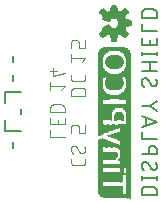
<source format=gbo>
G75*
%MOIN*%
%OFA0B0*%
%FSLAX25Y25*%
%IPPOS*%
%LPD*%
%AMOC8*
5,1,8,0,0,1.08239X$1,22.5*
%
%ADD10C,0.00700*%
%ADD11R,0.00028X0.27104*%
%ADD12R,0.00028X0.15540*%
%ADD13R,0.00028X0.00868*%
%ADD14R,0.00028X0.27384*%
%ADD15R,0.00028X0.16772*%
%ADD16R,0.00028X0.27496*%
%ADD17R,0.00028X0.16996*%
%ADD18R,0.00028X0.27580*%
%ADD19R,0.00028X0.17164*%
%ADD20R,0.00028X0.27664*%
%ADD21R,0.00028X0.17304*%
%ADD22R,0.00028X0.27720*%
%ADD23R,0.00028X0.17444*%
%ADD24R,0.00028X0.27804*%
%ADD25R,0.00028X0.17556*%
%ADD26R,0.00028X0.27860*%
%ADD27R,0.00028X0.17668*%
%ADD28R,0.00028X0.27916*%
%ADD29R,0.00028X0.17752*%
%ADD30R,0.00028X0.27944*%
%ADD31R,0.00028X0.17836*%
%ADD32R,0.00028X0.28000*%
%ADD33R,0.00028X0.17948*%
%ADD34R,0.00028X0.28028*%
%ADD35R,0.00028X0.18032*%
%ADD36R,0.00028X0.28084*%
%ADD37R,0.00028X0.18060*%
%ADD38R,0.00028X0.28084*%
%ADD39R,0.00028X0.18144*%
%ADD40R,0.00028X0.28140*%
%ADD41R,0.00028X0.18200*%
%ADD42R,0.00028X0.28168*%
%ADD43R,0.00028X0.18284*%
%ADD44R,0.00028X0.28196*%
%ADD45R,0.00028X0.18340*%
%ADD46R,0.00028X0.18396*%
%ADD47R,0.00028X0.28252*%
%ADD48R,0.00028X0.18452*%
%ADD49R,0.00028X0.28280*%
%ADD50R,0.00028X0.18508*%
%ADD51R,0.00028X0.28308*%
%ADD52R,0.00028X0.18564*%
%ADD53R,0.00028X0.28336*%
%ADD54R,0.00028X0.18620*%
%ADD55R,0.00028X0.18648*%
%ADD56R,0.00028X0.28364*%
%ADD57R,0.00028X0.18704*%
%ADD58R,0.00028X0.28364*%
%ADD59R,0.00028X0.18760*%
%ADD60R,0.00028X0.28392*%
%ADD61R,0.00028X0.18788*%
%ADD62R,0.00028X0.18816*%
%ADD63R,0.00028X0.28448*%
%ADD64R,0.00028X0.18872*%
%ADD65R,0.00028X0.28476*%
%ADD66R,0.00028X0.18900*%
%ADD67R,0.00028X0.28448*%
%ADD68R,0.00028X0.18956*%
%ADD69R,0.00028X0.28476*%
%ADD70R,0.00028X0.18984*%
%ADD71R,0.00028X0.28504*%
%ADD72R,0.00028X0.19040*%
%ADD73R,0.00028X0.19068*%
%ADD74R,0.00028X0.28532*%
%ADD75R,0.00028X0.19096*%
%ADD76R,0.00028X0.19152*%
%ADD77R,0.00028X0.28560*%
%ADD78R,0.00028X0.28588*%
%ADD79R,0.00028X0.19208*%
%ADD80R,0.00028X0.28560*%
%ADD81R,0.00028X0.19236*%
%ADD82R,0.00028X0.19264*%
%ADD83R,0.00028X0.19292*%
%ADD84R,0.00028X0.28616*%
%ADD85R,0.00028X0.19320*%
%ADD86R,0.00028X0.19348*%
%ADD87R,0.00028X0.19404*%
%ADD88R,0.00028X0.28644*%
%ADD89R,0.00028X0.19404*%
%ADD90R,0.00028X0.28644*%
%ADD91R,0.00028X0.19432*%
%ADD92R,0.00028X0.19460*%
%ADD93R,0.00028X0.19488*%
%ADD94R,0.00028X0.16352*%
%ADD95R,0.00028X0.06244*%
%ADD96R,0.00028X0.04200*%
%ADD97R,0.00028X0.19516*%
%ADD98R,0.00028X0.16128*%
%ADD99R,0.00028X0.05740*%
%ADD100R,0.00028X0.04004*%
%ADD101R,0.00028X0.19544*%
%ADD102R,0.00028X0.15932*%
%ADD103R,0.00028X0.05348*%
%ADD104R,0.00028X0.03780*%
%ADD105R,0.00028X0.19572*%
%ADD106R,0.00028X0.15764*%
%ADD107R,0.00028X0.05068*%
%ADD108R,0.00028X0.03696*%
%ADD109R,0.00028X0.03556*%
%ADD110R,0.00028X0.03164*%
%ADD111R,0.00028X0.01512*%
%ADD112R,0.00028X0.02576*%
%ADD113R,0.00028X0.02996*%
%ADD114R,0.00028X0.03136*%
%ADD115R,0.00028X0.05432*%
%ADD116R,0.00028X0.04172*%
%ADD117R,0.00028X0.04816*%
%ADD118R,0.00028X0.03556*%
%ADD119R,0.00028X0.03584*%
%ADD120R,0.00028X0.03024*%
%ADD121R,0.00028X0.04032*%
%ADD122R,0.00028X0.04592*%
%ADD123R,0.00028X0.03472*%
%ADD124R,0.00028X0.03108*%
%ADD125R,0.00028X0.03948*%
%ADD126R,0.00028X0.04396*%
%ADD127R,0.00028X0.03388*%
%ADD128R,0.00028X0.03612*%
%ADD129R,0.00028X0.03864*%
%ADD130R,0.00028X0.03332*%
%ADD131R,0.00028X0.03612*%
%ADD132R,0.00028X0.03164*%
%ADD133R,0.00028X0.01512*%
%ADD134R,0.00028X0.02576*%
%ADD135R,0.00028X0.03024*%
%ADD136R,0.00028X0.03080*%
%ADD137R,0.00028X0.05432*%
%ADD138R,0.00028X0.04032*%
%ADD139R,0.00028X0.03248*%
%ADD140R,0.00028X0.03640*%
%ADD141R,0.00028X0.03080*%
%ADD142R,0.00028X0.03192*%
%ADD143R,0.00028X0.03640*%
%ADD144R,0.00028X0.03724*%
%ADD145R,0.00028X0.03668*%
%ADD146R,0.00028X0.03052*%
%ADD147R,0.00028X0.03500*%
%ADD148R,0.00028X0.02968*%
%ADD149R,0.00028X0.03444*%
%ADD150R,0.00028X0.03220*%
%ADD151R,0.00028X0.02940*%
%ADD152R,0.00028X0.03696*%
%ADD153R,0.00028X0.02968*%
%ADD154R,0.00028X0.03332*%
%ADD155R,0.00028X0.03108*%
%ADD156R,0.00028X0.02884*%
%ADD157R,0.00028X0.03276*%
%ADD158R,0.00028X0.02856*%
%ADD159R,0.00028X0.03248*%
%ADD160R,0.00028X0.02800*%
%ADD161R,0.00028X0.02912*%
%ADD162R,0.00028X0.02828*%
%ADD163R,0.00028X0.02744*%
%ADD164R,0.00028X0.03752*%
%ADD165R,0.00028X0.02716*%
%ADD166R,0.00028X0.02884*%
%ADD167R,0.00028X0.02660*%
%ADD168R,0.00028X0.02688*%
%ADD169R,0.00028X0.03752*%
%ADD170R,0.00028X0.02940*%
%ADD171R,0.00028X0.03052*%
%ADD172R,0.00028X0.02660*%
%ADD173R,0.00028X0.02632*%
%ADD174R,0.00028X0.02604*%
%ADD175R,0.00028X0.03780*%
%ADD176R,0.00028X0.02940*%
%ADD177R,0.00028X0.02548*%
%ADD178R,0.00028X0.02548*%
%ADD179R,0.00028X0.02828*%
%ADD180R,0.00028X0.02912*%
%ADD181R,0.00028X0.02492*%
%ADD182R,0.00028X0.02520*%
%ADD183R,0.00028X0.02856*%
%ADD184R,0.00028X0.02464*%
%ADD185R,0.00028X0.03808*%
%ADD186R,0.00028X0.02828*%
%ADD187R,0.00028X0.02828*%
%ADD188R,0.00028X0.02464*%
%ADD189R,0.00028X0.03808*%
%ADD190R,0.00028X0.02408*%
%ADD191R,0.00028X0.02436*%
%ADD192R,0.00028X0.02772*%
%ADD193R,0.00028X0.02380*%
%ADD194R,0.00028X0.02352*%
%ADD195R,0.00028X0.03836*%
%ADD196R,0.00028X0.02324*%
%ADD197R,0.00028X0.02296*%
%ADD198R,0.00028X0.03836*%
%ADD199R,0.00028X0.02744*%
%ADD200R,0.00028X0.02296*%
%ADD201R,0.00028X0.02268*%
%ADD202R,0.00028X0.02212*%
%ADD203R,0.00028X0.02240*%
%ADD204R,0.00028X0.02184*%
%ADD205R,0.00028X0.02212*%
%ADD206R,0.00028X0.02156*%
%ADD207R,0.00028X0.02128*%
%ADD208R,0.00028X0.02128*%
%ADD209R,0.00028X0.03864*%
%ADD210R,0.00028X0.02436*%
%ADD211R,0.00028X0.02100*%
%ADD212R,0.00028X0.02128*%
%ADD213R,0.00028X0.02100*%
%ADD214R,0.00028X0.02632*%
%ADD215R,0.00028X0.02072*%
%ADD216R,0.00028X0.00728*%
%ADD217R,0.00028X0.02044*%
%ADD218R,0.00028X0.00616*%
%ADD219R,0.00028X0.01148*%
%ADD220R,0.00028X0.02016*%
%ADD221R,0.00028X0.01008*%
%ADD222R,0.00028X0.01428*%
%ADD223R,0.00028X0.01288*%
%ADD224R,0.00028X0.02604*%
%ADD225R,0.00028X0.02688*%
%ADD226R,0.00028X0.01680*%
%ADD227R,0.00028X0.01988*%
%ADD228R,0.00028X0.02576*%
%ADD229R,0.00028X0.01876*%
%ADD230R,0.00028X0.01960*%
%ADD231R,0.00028X0.01680*%
%ADD232R,0.00028X0.01848*%
%ADD233R,0.00028X0.01932*%
%ADD234R,0.00028X0.01904*%
%ADD235R,0.00028X0.02184*%
%ADD236R,0.00028X0.02240*%
%ADD237R,0.00028X0.02520*%
%ADD238R,0.00028X0.02184*%
%ADD239R,0.00028X0.01904*%
%ADD240R,0.00028X0.02352*%
%ADD241R,0.00028X0.01848*%
%ADD242R,0.00028X0.02520*%
%ADD243R,0.00028X0.02156*%
%ADD244R,0.00028X0.01848*%
%ADD245R,0.00028X0.01820*%
%ADD246R,0.00028X0.02492*%
%ADD247R,0.00028X0.01792*%
%ADD248R,0.00028X0.01820*%
%ADD249R,0.00028X0.02464*%
%ADD250R,0.00028X0.03192*%
%ADD251R,0.00028X0.01764*%
%ADD252R,0.00028X0.02464*%
%ADD253R,0.00028X0.02576*%
%ADD254R,0.00028X0.02072*%
%ADD255R,0.00028X0.03304*%
%ADD256R,0.00028X0.01820*%
%ADD257R,0.00028X0.02856*%
%ADD258R,0.00028X0.01736*%
%ADD259R,0.00028X0.01792*%
%ADD260R,0.00028X0.01736*%
%ADD261R,0.00028X0.05264*%
%ADD262R,0.00028X0.01708*%
%ADD263R,0.00028X0.05292*%
%ADD264R,0.00028X0.01988*%
%ADD265R,0.00028X0.05320*%
%ADD266R,0.00028X0.05348*%
%ADD267R,0.00028X0.01652*%
%ADD268R,0.00028X0.02380*%
%ADD269R,0.00028X0.00028*%
%ADD270R,0.00028X0.02492*%
%ADD271R,0.00028X0.01960*%
%ADD272R,0.00028X0.05376*%
%ADD273R,0.00028X0.01624*%
%ADD274R,0.00028X0.00084*%
%ADD275R,0.00028X0.05348*%
%ADD276R,0.00028X0.03360*%
%ADD277R,0.00028X0.01624*%
%ADD278R,0.00028X0.05376*%
%ADD279R,0.00028X0.03416*%
%ADD280R,0.00028X0.01596*%
%ADD281R,0.00028X0.00112*%
%ADD282R,0.00028X0.05376*%
%ADD283R,0.00028X0.05404*%
%ADD284R,0.00028X0.01568*%
%ADD285R,0.00028X0.00140*%
%ADD286R,0.00028X0.01876*%
%ADD287R,0.00028X0.03528*%
%ADD288R,0.00028X0.02324*%
%ADD289R,0.00028X0.00168*%
%ADD290R,0.00028X0.01876*%
%ADD291R,0.00028X0.03584*%
%ADD292R,0.00028X0.01540*%
%ADD293R,0.00028X0.00168*%
%ADD294R,0.00028X0.01540*%
%ADD295R,0.00028X0.00196*%
%ADD296R,0.00028X0.01512*%
%ADD297R,0.00028X0.00224*%
%ADD298R,0.00028X0.05460*%
%ADD299R,0.00028X0.01484*%
%ADD300R,0.00028X0.00252*%
%ADD301R,0.00028X0.02240*%
%ADD302R,0.00028X0.00280*%
%ADD303R,0.00028X0.01792*%
%ADD304R,0.00028X0.05460*%
%ADD305R,0.00028X0.01456*%
%ADD306R,0.00028X0.00280*%
%ADD307R,0.00028X0.05488*%
%ADD308R,0.00028X0.01456*%
%ADD309R,0.00028X0.00336*%
%ADD310R,0.00028X0.01764*%
%ADD311R,0.00028X0.03920*%
%ADD312R,0.00028X0.01428*%
%ADD313R,0.00028X0.00364*%
%ADD314R,0.00028X0.03976*%
%ADD315R,0.00028X0.01400*%
%ADD316R,0.00028X0.02184*%
%ADD317R,0.00028X0.00392*%
%ADD318R,0.00028X0.05488*%
%ADD319R,0.00028X0.03976*%
%ADD320R,0.00028X0.01400*%
%ADD321R,0.00028X0.00392*%
%ADD322R,0.00028X0.00420*%
%ADD323R,0.00028X0.05516*%
%ADD324R,0.00028X0.01372*%
%ADD325R,0.00028X0.00448*%
%ADD326R,0.00028X0.04088*%
%ADD327R,0.00028X0.00476*%
%ADD328R,0.00028X0.04144*%
%ADD329R,0.00028X0.01344*%
%ADD330R,0.00028X0.00504*%
%ADD331R,0.00028X0.00532*%
%ADD332R,0.00028X0.02212*%
%ADD333R,0.00028X0.05516*%
%ADD334R,0.00028X0.04172*%
%ADD335R,0.00028X0.01344*%
%ADD336R,0.00028X0.00532*%
%ADD337R,0.00028X0.01316*%
%ADD338R,0.00028X0.05544*%
%ADD339R,0.00028X0.00588*%
%ADD340R,0.00028X0.04256*%
%ADD341R,0.00028X0.02016*%
%ADD342R,0.00028X0.00644*%
%ADD343R,0.00028X0.02156*%
%ADD344R,0.00028X0.05544*%
%ADD345R,0.00028X0.04312*%
%ADD346R,0.00028X0.01288*%
%ADD347R,0.00028X0.00644*%
%ADD348R,0.00028X0.04312*%
%ADD349R,0.00028X0.01260*%
%ADD350R,0.00028X0.00700*%
%ADD351R,0.00028X0.04368*%
%ADD352R,0.00028X0.00756*%
%ADD353R,0.00028X0.01568*%
%ADD354R,0.00028X0.04424*%
%ADD355R,0.00028X0.01232*%
%ADD356R,0.00028X0.00756*%
%ADD357R,0.00028X0.04424*%
%ADD358R,0.00028X0.01232*%
%ADD359R,0.00028X0.00784*%
%ADD360R,0.00028X0.05572*%
%ADD361R,0.00028X0.00812*%
%ADD362R,0.00028X0.04480*%
%ADD363R,0.00028X0.00840*%
%ADD364R,0.00028X0.01540*%
%ADD365R,0.00028X0.01876*%
%ADD366R,0.00028X0.00868*%
%ADD367R,0.00028X0.02044*%
%ADD368R,0.00028X0.01540*%
%ADD369R,0.00028X0.05572*%
%ADD370R,0.00028X0.04480*%
%ADD371R,0.00028X0.01204*%
%ADD372R,0.00028X0.01204*%
%ADD373R,0.00028X0.00896*%
%ADD374R,0.00028X0.04508*%
%ADD375R,0.00028X0.00924*%
%ADD376R,0.00028X0.04536*%
%ADD377R,0.00028X0.00952*%
%ADD378R,0.00028X0.01176*%
%ADD379R,0.00028X0.04228*%
%ADD380R,0.00028X0.00980*%
%ADD381R,0.00028X0.01820*%
%ADD382R,0.00028X0.01008*%
%ADD383R,0.00028X0.03220*%
%ADD384R,0.00028X0.04564*%
%ADD385R,0.00028X0.01176*%
%ADD386R,0.00028X0.04592*%
%ADD387R,0.00028X0.01036*%
%ADD388R,0.00028X0.01064*%
%ADD389R,0.00028X0.01484*%
%ADD390R,0.00028X0.01092*%
%ADD391R,0.00028X0.01120*%
%ADD392R,0.00028X0.01484*%
%ADD393R,0.00028X0.04620*%
%ADD394R,0.00028X0.01148*%
%ADD395R,0.00028X0.01120*%
%ADD396R,0.00028X0.04620*%
%ADD397R,0.00028X0.04648*%
%ADD398R,0.00028X0.02212*%
%ADD399R,0.00028X0.04648*%
%ADD400R,0.00028X0.01456*%
%ADD401R,0.00028X0.04676*%
%ADD402R,0.00028X0.02548*%
%ADD403R,0.00028X0.01596*%
%ADD404R,0.00028X0.01764*%
%ADD405R,0.00028X0.01456*%
%ADD406R,0.00028X0.04704*%
%ADD407R,0.00028X0.04704*%
%ADD408R,0.00028X0.05600*%
%ADD409R,0.00028X0.02520*%
%ADD410R,0.00028X0.01512*%
%ADD411R,0.00028X0.05600*%
%ADD412R,0.00028X0.01372*%
%ADD413R,0.00028X0.01428*%
%ADD414R,0.00028X0.02156*%
%ADD415R,0.00028X0.01260*%
%ADD416R,0.00028X0.02716*%
%ADD417R,0.00028X0.04564*%
%ADD418R,0.00028X0.02772*%
%ADD419R,0.00028X0.04508*%
%ADD420R,0.00028X0.04452*%
%ADD421R,0.00028X0.02492*%
%ADD422R,0.00028X0.00028*%
%ADD423R,0.00028X0.00112*%
%ADD424R,0.00028X0.01148*%
%ADD425R,0.00028X0.04340*%
%ADD426R,0.00028X0.00196*%
%ADD427R,0.00028X0.01092*%
%ADD428R,0.00028X0.01148*%
%ADD429R,0.00028X0.00392*%
%ADD430R,0.00028X0.00420*%
%ADD431R,0.00028X0.01036*%
%ADD432R,0.00028X0.04200*%
%ADD433R,0.00028X0.01316*%
%ADD434R,0.00028X0.04116*%
%ADD435R,0.00028X0.00700*%
%ADD436R,0.00028X0.01428*%
%ADD437R,0.00028X0.00980*%
%ADD438R,0.00028X0.01708*%
%ADD439R,0.00028X0.01120*%
%ADD440R,0.00028X0.00896*%
%ADD441R,0.00028X0.02800*%
%ADD442R,0.00028X0.05404*%
%ADD443R,0.00028X0.08652*%
%ADD444R,0.00028X0.08848*%
%ADD445R,0.00028X0.08764*%
%ADD446R,0.00028X0.08932*%
%ADD447R,0.00028X0.08876*%
%ADD448R,0.00028X0.09072*%
%ADD449R,0.00028X0.03612*%
%ADD450R,0.00028X0.09016*%
%ADD451R,0.00028X0.09212*%
%ADD452R,0.00028X0.09268*%
%ADD453R,0.00028X0.09464*%
%ADD454R,0.00028X0.19124*%
%ADD455R,0.00028X0.05320*%
%ADD456R,0.00028X0.19124*%
%ADD457R,0.00028X0.05320*%
%ADD458R,0.00028X0.03360*%
%ADD459R,0.00028X0.03304*%
%ADD460R,0.00028X0.05292*%
%ADD461R,0.00028X0.03192*%
%ADD462R,0.00028X0.02884*%
%ADD463R,0.00028X0.01904*%
%ADD464R,0.00028X0.16800*%
%ADD465R,0.00028X0.01176*%
%ADD466R,0.00028X0.14532*%
%ADD467R,0.00028X0.00812*%
%ADD468R,0.00028X0.14504*%
%ADD469R,0.00028X0.00840*%
%ADD470R,0.00028X0.14504*%
%ADD471R,0.00028X0.01652*%
%ADD472R,0.00028X0.02128*%
%ADD473R,0.00028X0.01848*%
%ADD474R,0.00028X0.02268*%
%ADD475R,0.00028X0.02548*%
%ADD476R,0.00028X0.03220*%
%ADD477R,0.00028X0.03248*%
%ADD478R,0.00028X0.03612*%
%ADD479R,0.00028X0.03724*%
%ADD480R,0.00028X0.03920*%
%ADD481R,0.00028X0.04060*%
%ADD482R,0.00028X0.04256*%
%ADD483R,0.00028X0.04284*%
%ADD484R,0.00028X0.08512*%
%ADD485R,0.00028X0.09828*%
%ADD486R,0.00028X0.05096*%
%ADD487R,0.00028X0.08512*%
%ADD488R,0.00028X0.27356*%
%ADD489R,0.00028X0.27608*%
%ADD490R,0.00028X0.08540*%
%ADD491R,0.00028X0.06300*%
%ADD492R,0.00028X0.49840*%
%ADD493R,0.00028X0.49812*%
%ADD494R,0.00028X0.49784*%
%ADD495R,0.00028X0.49756*%
%ADD496R,0.00028X0.49728*%
%ADD497R,0.00028X0.49700*%
%ADD498R,0.00028X0.49672*%
%ADD499R,0.00028X0.49644*%
%ADD500R,0.00028X0.49616*%
%ADD501R,0.00028X0.49588*%
%ADD502R,0.00028X0.49560*%
%ADD503R,0.00028X0.49532*%
%ADD504R,0.00028X0.49504*%
%ADD505R,0.00028X0.49448*%
%ADD506R,0.00028X0.49420*%
%ADD507R,0.00028X0.49392*%
%ADD508R,0.00028X0.49364*%
%ADD509R,0.00028X0.49336*%
%ADD510R,0.00028X0.49308*%
%ADD511R,0.00028X0.49252*%
%ADD512R,0.00028X0.49224*%
%ADD513R,0.00028X0.49196*%
%ADD514R,0.00028X0.49140*%
%ADD515R,0.00028X0.49112*%
%ADD516R,0.00028X0.49056*%
%ADD517R,0.00028X0.49000*%
%ADD518R,0.00028X0.48972*%
%ADD519R,0.00028X0.48916*%
%ADD520R,0.00028X0.48860*%
%ADD521R,0.00028X0.48804*%
%ADD522R,0.00028X0.48748*%
%ADD523R,0.00028X0.48692*%
%ADD524R,0.00028X0.48608*%
%ADD525R,0.00028X0.48524*%
%ADD526R,0.00028X0.48468*%
%ADD527R,0.00028X0.48356*%
%ADD528R,0.00028X0.48244*%
%ADD529R,0.00028X0.48104*%
%ADD530R,0.00028X0.47908*%
%ADD531C,0.00400*%
%ADD532C,0.00591*%
%ADD533C,0.00800*%
D10*
X0124350Y0022937D02*
X0124350Y0024353D01*
X0124352Y0024427D01*
X0124358Y0024501D01*
X0124367Y0024575D01*
X0124381Y0024648D01*
X0124398Y0024720D01*
X0124419Y0024791D01*
X0124444Y0024861D01*
X0124473Y0024929D01*
X0124504Y0024996D01*
X0124540Y0025062D01*
X0124579Y0025125D01*
X0124621Y0025186D01*
X0124666Y0025245D01*
X0124714Y0025301D01*
X0124765Y0025355D01*
X0124819Y0025406D01*
X0124875Y0025454D01*
X0124934Y0025499D01*
X0124995Y0025541D01*
X0125059Y0025580D01*
X0125124Y0025616D01*
X0125191Y0025647D01*
X0125259Y0025676D01*
X0125329Y0025701D01*
X0125400Y0025722D01*
X0125472Y0025739D01*
X0125545Y0025753D01*
X0125619Y0025762D01*
X0125693Y0025768D01*
X0125767Y0025770D01*
X0128033Y0025770D01*
X0128107Y0025768D01*
X0128181Y0025762D01*
X0128255Y0025753D01*
X0128328Y0025739D01*
X0128400Y0025722D01*
X0128471Y0025701D01*
X0128541Y0025676D01*
X0128609Y0025647D01*
X0128676Y0025616D01*
X0128742Y0025580D01*
X0128805Y0025541D01*
X0128866Y0025499D01*
X0128925Y0025454D01*
X0128981Y0025406D01*
X0129035Y0025355D01*
X0129086Y0025301D01*
X0129134Y0025245D01*
X0129179Y0025186D01*
X0129221Y0025125D01*
X0129260Y0025062D01*
X0129296Y0024996D01*
X0129327Y0024929D01*
X0129356Y0024861D01*
X0129381Y0024791D01*
X0129402Y0024720D01*
X0129419Y0024648D01*
X0129433Y0024575D01*
X0129442Y0024501D01*
X0129448Y0024427D01*
X0129450Y0024353D01*
X0129450Y0022937D01*
X0124350Y0022937D01*
X0124350Y0028137D02*
X0124350Y0029270D01*
X0124350Y0028703D02*
X0129450Y0028703D01*
X0129450Y0028137D02*
X0129450Y0029270D01*
X0127325Y0031997D02*
X0126475Y0033555D01*
X0124350Y0032988D02*
X0124352Y0032894D01*
X0124357Y0032799D01*
X0124367Y0032705D01*
X0124380Y0032612D01*
X0124396Y0032519D01*
X0124417Y0032426D01*
X0124441Y0032335D01*
X0124468Y0032244D01*
X0124500Y0032155D01*
X0124534Y0032067D01*
X0124572Y0031981D01*
X0124614Y0031896D01*
X0124658Y0031813D01*
X0124706Y0031731D01*
X0124758Y0031652D01*
X0124812Y0031574D01*
X0124869Y0031499D01*
X0124929Y0031426D01*
X0124993Y0031356D01*
X0125058Y0031288D01*
X0126475Y0033555D02*
X0126439Y0033612D01*
X0126401Y0033666D01*
X0126359Y0033717D01*
X0126315Y0033767D01*
X0126267Y0033813D01*
X0126218Y0033857D01*
X0126165Y0033898D01*
X0126111Y0033936D01*
X0126054Y0033970D01*
X0125995Y0034002D01*
X0125935Y0034029D01*
X0125873Y0034054D01*
X0125810Y0034074D01*
X0125746Y0034091D01*
X0125681Y0034105D01*
X0125615Y0034114D01*
X0125549Y0034120D01*
X0125483Y0034122D01*
X0125483Y0034121D02*
X0125417Y0034119D01*
X0125351Y0034113D01*
X0125286Y0034104D01*
X0125222Y0034090D01*
X0125158Y0034073D01*
X0125095Y0034053D01*
X0125034Y0034028D01*
X0124975Y0034000D01*
X0124917Y0033969D01*
X0124860Y0033935D01*
X0124806Y0033897D01*
X0124755Y0033856D01*
X0124705Y0033812D01*
X0124659Y0033766D01*
X0124615Y0033716D01*
X0124574Y0033665D01*
X0124536Y0033611D01*
X0124502Y0033555D01*
X0124471Y0033496D01*
X0124443Y0033437D01*
X0124418Y0033376D01*
X0124398Y0033313D01*
X0124381Y0033249D01*
X0124367Y0033185D01*
X0124358Y0033120D01*
X0124352Y0033054D01*
X0124350Y0032988D01*
X0129025Y0033838D02*
X0129078Y0033764D01*
X0129128Y0033688D01*
X0129175Y0033609D01*
X0129218Y0033529D01*
X0129257Y0033447D01*
X0129294Y0033363D01*
X0129326Y0033278D01*
X0129355Y0033192D01*
X0129380Y0033104D01*
X0129401Y0033015D01*
X0129419Y0032926D01*
X0129432Y0032836D01*
X0129442Y0032745D01*
X0129448Y0032654D01*
X0129450Y0032563D01*
X0129448Y0032497D01*
X0129442Y0032431D01*
X0129433Y0032366D01*
X0129419Y0032302D01*
X0129402Y0032238D01*
X0129382Y0032175D01*
X0129357Y0032114D01*
X0129329Y0032055D01*
X0129298Y0031997D01*
X0129264Y0031940D01*
X0129226Y0031886D01*
X0129185Y0031835D01*
X0129141Y0031785D01*
X0129095Y0031739D01*
X0129045Y0031695D01*
X0128994Y0031654D01*
X0128940Y0031616D01*
X0128884Y0031582D01*
X0128825Y0031551D01*
X0128766Y0031523D01*
X0128705Y0031498D01*
X0128642Y0031478D01*
X0128578Y0031461D01*
X0128514Y0031447D01*
X0128449Y0031438D01*
X0128383Y0031432D01*
X0128317Y0031430D01*
X0128251Y0031432D01*
X0128185Y0031438D01*
X0128119Y0031447D01*
X0128054Y0031461D01*
X0127990Y0031478D01*
X0127927Y0031498D01*
X0127865Y0031523D01*
X0127805Y0031550D01*
X0127746Y0031582D01*
X0127689Y0031616D01*
X0127635Y0031654D01*
X0127582Y0031695D01*
X0127533Y0031739D01*
X0127485Y0031785D01*
X0127441Y0031835D01*
X0127399Y0031886D01*
X0127361Y0031940D01*
X0127325Y0031997D01*
X0126617Y0036605D02*
X0126617Y0038022D01*
X0126616Y0038022D02*
X0126618Y0038096D01*
X0126624Y0038170D01*
X0126633Y0038244D01*
X0126647Y0038317D01*
X0126664Y0038389D01*
X0126685Y0038460D01*
X0126710Y0038530D01*
X0126739Y0038598D01*
X0126770Y0038665D01*
X0126806Y0038731D01*
X0126845Y0038794D01*
X0126887Y0038855D01*
X0126932Y0038914D01*
X0126980Y0038970D01*
X0127031Y0039024D01*
X0127085Y0039075D01*
X0127141Y0039123D01*
X0127200Y0039168D01*
X0127261Y0039210D01*
X0127325Y0039249D01*
X0127390Y0039285D01*
X0127457Y0039316D01*
X0127525Y0039345D01*
X0127595Y0039370D01*
X0127666Y0039391D01*
X0127738Y0039408D01*
X0127811Y0039422D01*
X0127885Y0039431D01*
X0127959Y0039437D01*
X0128033Y0039439D01*
X0128107Y0039437D01*
X0128181Y0039431D01*
X0128255Y0039422D01*
X0128328Y0039408D01*
X0128400Y0039391D01*
X0128471Y0039370D01*
X0128541Y0039345D01*
X0128609Y0039316D01*
X0128676Y0039285D01*
X0128742Y0039249D01*
X0128805Y0039210D01*
X0128866Y0039168D01*
X0128925Y0039123D01*
X0128981Y0039075D01*
X0129035Y0039024D01*
X0129086Y0038970D01*
X0129134Y0038914D01*
X0129179Y0038855D01*
X0129221Y0038794D01*
X0129260Y0038731D01*
X0129296Y0038665D01*
X0129327Y0038598D01*
X0129356Y0038530D01*
X0129381Y0038460D01*
X0129402Y0038389D01*
X0129419Y0038317D01*
X0129433Y0038244D01*
X0129442Y0038170D01*
X0129448Y0038096D01*
X0129450Y0038022D01*
X0129450Y0036605D01*
X0124350Y0036605D01*
X0124350Y0041741D02*
X0124350Y0044008D01*
X0124350Y0045795D02*
X0129450Y0047495D01*
X0124350Y0049195D01*
X0125625Y0048770D02*
X0125625Y0046220D01*
X0124350Y0041741D02*
X0129450Y0041741D01*
X0129450Y0051015D02*
X0127042Y0052715D01*
X0124350Y0052715D01*
X0127042Y0052715D02*
X0129450Y0054415D01*
X0127325Y0059837D02*
X0126475Y0061395D01*
X0124350Y0060828D02*
X0124352Y0060734D01*
X0124357Y0060639D01*
X0124367Y0060545D01*
X0124380Y0060452D01*
X0124396Y0060359D01*
X0124417Y0060266D01*
X0124441Y0060175D01*
X0124468Y0060084D01*
X0124500Y0059995D01*
X0124534Y0059907D01*
X0124572Y0059821D01*
X0124614Y0059736D01*
X0124658Y0059653D01*
X0124706Y0059571D01*
X0124758Y0059492D01*
X0124812Y0059414D01*
X0124869Y0059339D01*
X0124929Y0059266D01*
X0124993Y0059196D01*
X0125058Y0059128D01*
X0126475Y0061395D02*
X0126439Y0061452D01*
X0126401Y0061506D01*
X0126359Y0061557D01*
X0126315Y0061607D01*
X0126267Y0061653D01*
X0126218Y0061697D01*
X0126165Y0061738D01*
X0126111Y0061776D01*
X0126054Y0061810D01*
X0125995Y0061842D01*
X0125935Y0061869D01*
X0125873Y0061894D01*
X0125810Y0061914D01*
X0125746Y0061931D01*
X0125681Y0061945D01*
X0125615Y0061954D01*
X0125549Y0061960D01*
X0125483Y0061962D01*
X0125483Y0061961D02*
X0125417Y0061959D01*
X0125351Y0061953D01*
X0125286Y0061944D01*
X0125222Y0061930D01*
X0125158Y0061913D01*
X0125095Y0061893D01*
X0125034Y0061868D01*
X0124975Y0061840D01*
X0124917Y0061809D01*
X0124860Y0061775D01*
X0124806Y0061737D01*
X0124755Y0061696D01*
X0124705Y0061652D01*
X0124659Y0061606D01*
X0124615Y0061556D01*
X0124574Y0061505D01*
X0124536Y0061451D01*
X0124502Y0061395D01*
X0124471Y0061336D01*
X0124443Y0061277D01*
X0124418Y0061216D01*
X0124398Y0061153D01*
X0124381Y0061089D01*
X0124367Y0061025D01*
X0124358Y0060960D01*
X0124352Y0060894D01*
X0124350Y0060828D01*
X0129025Y0061678D02*
X0129078Y0061604D01*
X0129128Y0061528D01*
X0129175Y0061449D01*
X0129218Y0061369D01*
X0129257Y0061287D01*
X0129294Y0061203D01*
X0129326Y0061118D01*
X0129355Y0061032D01*
X0129380Y0060944D01*
X0129401Y0060855D01*
X0129419Y0060766D01*
X0129432Y0060676D01*
X0129442Y0060585D01*
X0129448Y0060494D01*
X0129450Y0060403D01*
X0129448Y0060337D01*
X0129442Y0060271D01*
X0129433Y0060206D01*
X0129419Y0060142D01*
X0129402Y0060078D01*
X0129382Y0060015D01*
X0129357Y0059954D01*
X0129329Y0059895D01*
X0129298Y0059837D01*
X0129264Y0059780D01*
X0129226Y0059726D01*
X0129185Y0059675D01*
X0129141Y0059625D01*
X0129095Y0059579D01*
X0129045Y0059535D01*
X0128994Y0059494D01*
X0128940Y0059456D01*
X0128884Y0059422D01*
X0128825Y0059391D01*
X0128766Y0059363D01*
X0128705Y0059338D01*
X0128642Y0059318D01*
X0128578Y0059301D01*
X0128514Y0059287D01*
X0128449Y0059278D01*
X0128383Y0059272D01*
X0128317Y0059270D01*
X0128251Y0059272D01*
X0128185Y0059278D01*
X0128119Y0059287D01*
X0128054Y0059301D01*
X0127990Y0059318D01*
X0127927Y0059338D01*
X0127865Y0059363D01*
X0127805Y0059390D01*
X0127746Y0059422D01*
X0127689Y0059456D01*
X0127635Y0059494D01*
X0127582Y0059535D01*
X0127533Y0059579D01*
X0127485Y0059625D01*
X0127441Y0059675D01*
X0127399Y0059726D01*
X0127361Y0059780D01*
X0127325Y0059837D01*
X0127183Y0064348D02*
X0127183Y0067182D01*
X0129450Y0067182D02*
X0124350Y0067182D01*
X0124350Y0069548D02*
X0124350Y0070682D01*
X0124350Y0070115D02*
X0129450Y0070115D01*
X0129450Y0069548D02*
X0129450Y0070682D01*
X0129450Y0073061D02*
X0129450Y0075328D01*
X0127183Y0074761D02*
X0127183Y0073061D01*
X0129450Y0073061D02*
X0124350Y0073061D01*
X0124350Y0075328D01*
X0124350Y0077585D02*
X0124350Y0079852D01*
X0124350Y0077585D02*
X0129450Y0077585D01*
X0129450Y0082096D02*
X0124350Y0082096D01*
X0124350Y0083513D01*
X0124352Y0083587D01*
X0124358Y0083661D01*
X0124367Y0083735D01*
X0124381Y0083808D01*
X0124398Y0083880D01*
X0124419Y0083951D01*
X0124444Y0084021D01*
X0124473Y0084089D01*
X0124504Y0084156D01*
X0124540Y0084222D01*
X0124579Y0084285D01*
X0124621Y0084346D01*
X0124666Y0084405D01*
X0124714Y0084461D01*
X0124765Y0084515D01*
X0124819Y0084566D01*
X0124875Y0084614D01*
X0124934Y0084659D01*
X0124995Y0084701D01*
X0125059Y0084740D01*
X0125124Y0084776D01*
X0125191Y0084807D01*
X0125259Y0084836D01*
X0125329Y0084861D01*
X0125400Y0084882D01*
X0125472Y0084899D01*
X0125545Y0084913D01*
X0125619Y0084922D01*
X0125693Y0084928D01*
X0125767Y0084930D01*
X0128033Y0084930D01*
X0128107Y0084928D01*
X0128181Y0084922D01*
X0128255Y0084913D01*
X0128328Y0084899D01*
X0128400Y0084882D01*
X0128471Y0084861D01*
X0128541Y0084836D01*
X0128609Y0084807D01*
X0128676Y0084776D01*
X0128742Y0084740D01*
X0128805Y0084701D01*
X0128866Y0084659D01*
X0128925Y0084614D01*
X0128981Y0084566D01*
X0129035Y0084515D01*
X0129086Y0084461D01*
X0129134Y0084405D01*
X0129179Y0084346D01*
X0129221Y0084285D01*
X0129260Y0084222D01*
X0129296Y0084156D01*
X0129327Y0084089D01*
X0129356Y0084021D01*
X0129381Y0083951D01*
X0129402Y0083880D01*
X0129419Y0083808D01*
X0129433Y0083735D01*
X0129442Y0083661D01*
X0129448Y0083587D01*
X0129450Y0083513D01*
X0129450Y0082096D01*
X0129450Y0064348D02*
X0124350Y0064348D01*
D11*
X0110008Y0056217D03*
D12*
X0110036Y0031955D03*
D13*
X0117232Y0035007D03*
X0110036Y0040215D03*
X0114376Y0042539D03*
X0117400Y0045983D03*
D14*
X0110036Y0056357D03*
D15*
X0110064Y0032403D03*
D16*
X0110064Y0056441D03*
D17*
X0110092Y0032403D03*
D18*
X0110092Y0056511D03*
D19*
X0110120Y0032403D03*
D20*
X0110120Y0056553D03*
D21*
X0110148Y0032389D03*
D22*
X0110148Y0056609D03*
D23*
X0110176Y0032375D03*
D24*
X0110176Y0056651D03*
D25*
X0110204Y0032375D03*
D26*
X0119528Y0045787D03*
X0110204Y0056707D03*
D27*
X0110232Y0032347D03*
D28*
X0110232Y0056735D03*
D29*
X0110260Y0032333D03*
D30*
X0110260Y0056777D03*
D31*
X0110288Y0032319D03*
D32*
X0110288Y0056805D03*
D33*
X0110316Y0032319D03*
D34*
X0110316Y0056847D03*
D35*
X0110344Y0032305D03*
D36*
X0110344Y0056875D03*
D37*
X0110372Y0032291D03*
D38*
X0110372Y0056903D03*
D39*
X0110400Y0032277D03*
D40*
X0110400Y0056931D03*
D41*
X0110428Y0032277D03*
D42*
X0110428Y0056973D03*
D43*
X0110456Y0032263D03*
D44*
X0110456Y0056987D03*
X0110484Y0057015D03*
D45*
X0110484Y0032263D03*
D46*
X0110512Y0032235D03*
D47*
X0110512Y0057043D03*
D48*
X0110540Y0032235D03*
D49*
X0110540Y0057057D03*
D50*
X0110568Y0032235D03*
D51*
X0110568Y0057099D03*
D52*
X0110596Y0032207D03*
D53*
X0110596Y0057113D03*
X0110624Y0057141D03*
D54*
X0110624Y0032207D03*
D55*
X0110652Y0032193D03*
D56*
X0110652Y0057155D03*
D57*
X0110680Y0032193D03*
D58*
X0110680Y0057183D03*
D59*
X0110708Y0032193D03*
D60*
X0110708Y0057197D03*
X0110736Y0057225D03*
D61*
X0110736Y0032179D03*
D62*
X0110764Y0032165D03*
D63*
X0110764Y0057253D03*
D64*
X0110792Y0032165D03*
D65*
X0110792Y0057267D03*
D66*
X0110820Y0032151D03*
D67*
X0110820Y0057281D03*
D68*
X0110848Y0032151D03*
D69*
X0110848Y0057295D03*
D70*
X0110876Y0032137D03*
D71*
X0110876Y0057309D03*
X0110904Y0057337D03*
D72*
X0110904Y0032137D03*
D73*
X0110932Y0032123D03*
D74*
X0110932Y0057351D03*
X0110960Y0057379D03*
D75*
X0118240Y0036869D03*
X0110960Y0032109D03*
D76*
X0110988Y0032109D03*
X0111016Y0032109D03*
D77*
X0110988Y0057393D03*
D78*
X0111016Y0057407D03*
X0111072Y0057435D03*
X0111100Y0057463D03*
D79*
X0111044Y0032109D03*
D80*
X0111044Y0057421D03*
D81*
X0111072Y0032095D03*
D82*
X0111100Y0032081D03*
D83*
X0111128Y0032095D03*
D84*
X0111128Y0057477D03*
X0111156Y0057477D03*
X0111184Y0057505D03*
D85*
X0111156Y0032081D03*
D86*
X0111184Y0032067D03*
D87*
X0111212Y0032067D03*
D88*
X0111212Y0057519D03*
D89*
X0111240Y0032067D03*
D90*
X0111240Y0057519D03*
X0111268Y0057547D03*
X0111296Y0057547D03*
D91*
X0111268Y0032053D03*
D92*
X0111296Y0032067D03*
D93*
X0111324Y0032053D03*
D94*
X0111324Y0051429D03*
D95*
X0111324Y0063651D03*
D96*
X0111520Y0063693D03*
X0113872Y0067249D03*
X0113900Y0067249D03*
X0116952Y0067249D03*
X0111324Y0069797D03*
D97*
X0111352Y0032039D03*
D98*
X0111352Y0051317D03*
D99*
X0111352Y0063679D03*
X0119500Y0063707D03*
D100*
X0111352Y0069923D03*
D101*
X0111380Y0032053D03*
D102*
X0111380Y0051219D03*
D103*
X0111380Y0063679D03*
D104*
X0111380Y0070035D03*
X0111548Y0056679D03*
D105*
X0111408Y0032039D03*
D106*
X0111408Y0051163D03*
D107*
X0111408Y0063679D03*
D108*
X0113396Y0067249D03*
X0117456Y0067249D03*
X0111408Y0070105D03*
X0111576Y0056637D03*
X0111716Y0023961D03*
X0111772Y0023961D03*
D109*
X0111436Y0024031D03*
D110*
X0111436Y0028875D03*
X0111464Y0028875D03*
X0111492Y0028875D03*
X0111520Y0028875D03*
X0111576Y0028875D03*
X0111604Y0028875D03*
X0111632Y0028875D03*
X0111660Y0028875D03*
X0111688Y0028875D03*
X0111716Y0028875D03*
X0111772Y0028875D03*
X0111800Y0028875D03*
X0111828Y0028875D03*
X0111856Y0028875D03*
X0111884Y0028875D03*
X0111940Y0028875D03*
X0111968Y0028875D03*
X0111996Y0028875D03*
X0112024Y0028875D03*
X0112052Y0028875D03*
X0112108Y0028875D03*
X0112136Y0028875D03*
X0112164Y0028875D03*
X0112192Y0028875D03*
X0112220Y0028875D03*
X0112276Y0028875D03*
X0112304Y0028875D03*
X0112332Y0028875D03*
X0112360Y0028875D03*
X0112388Y0028875D03*
X0112416Y0028875D03*
X0112472Y0028875D03*
X0112500Y0028875D03*
X0112528Y0028875D03*
X0112556Y0028875D03*
X0112584Y0028875D03*
X0112640Y0028875D03*
X0112668Y0028875D03*
X0112696Y0028875D03*
X0112724Y0028875D03*
X0112752Y0028875D03*
X0112808Y0028875D03*
X0112836Y0028875D03*
X0112864Y0028875D03*
X0112892Y0028875D03*
X0112920Y0028875D03*
X0112976Y0028875D03*
X0113004Y0028875D03*
X0113032Y0028875D03*
X0113060Y0028875D03*
X0113088Y0028875D03*
X0113116Y0028875D03*
X0113172Y0028875D03*
X0113200Y0028875D03*
X0113228Y0028875D03*
X0113256Y0028875D03*
X0113284Y0028875D03*
X0113340Y0028875D03*
X0113368Y0028875D03*
X0113396Y0028875D03*
X0113424Y0028875D03*
X0113452Y0028875D03*
X0113508Y0028875D03*
X0113536Y0028875D03*
X0113564Y0028875D03*
X0113592Y0028875D03*
X0113620Y0028875D03*
X0113676Y0028875D03*
X0113704Y0028875D03*
X0113732Y0028875D03*
X0113760Y0028875D03*
X0113788Y0028875D03*
X0113816Y0028875D03*
X0113872Y0028875D03*
X0113900Y0028875D03*
X0113928Y0028875D03*
X0113956Y0028875D03*
X0113984Y0028875D03*
X0114040Y0028875D03*
X0114068Y0028875D03*
X0114096Y0028875D03*
X0114124Y0028875D03*
X0114152Y0028875D03*
X0114208Y0028875D03*
X0114236Y0028875D03*
X0114264Y0028875D03*
X0114292Y0028875D03*
X0114320Y0028875D03*
X0114376Y0028875D03*
X0114404Y0028875D03*
X0114432Y0028875D03*
X0114460Y0028875D03*
X0114488Y0028875D03*
X0114516Y0028875D03*
X0114572Y0028875D03*
X0114600Y0028875D03*
X0114628Y0028875D03*
X0114656Y0028875D03*
X0114684Y0028875D03*
X0114740Y0028875D03*
X0114768Y0028875D03*
X0114796Y0028875D03*
X0114824Y0028875D03*
X0114852Y0028875D03*
X0114908Y0028875D03*
X0114936Y0028875D03*
X0114964Y0028875D03*
X0114992Y0028875D03*
X0115020Y0028875D03*
X0115076Y0028875D03*
X0115104Y0028875D03*
X0115132Y0028875D03*
X0115160Y0028875D03*
X0115188Y0028875D03*
X0115216Y0028875D03*
X0115272Y0028875D03*
X0115300Y0028875D03*
X0115328Y0028875D03*
X0115356Y0028875D03*
X0115384Y0028875D03*
X0115440Y0028875D03*
X0115468Y0028875D03*
X0115496Y0028875D03*
X0115524Y0028875D03*
X0115552Y0028875D03*
X0115608Y0028875D03*
X0115636Y0028875D03*
X0115664Y0028875D03*
X0115692Y0028875D03*
X0115720Y0028875D03*
X0115776Y0028875D03*
X0115804Y0028875D03*
X0115832Y0028875D03*
X0115860Y0028875D03*
X0115888Y0028875D03*
X0115916Y0028875D03*
X0115972Y0028875D03*
X0116000Y0028875D03*
X0116028Y0028875D03*
X0116056Y0028875D03*
X0116084Y0028875D03*
X0116140Y0028875D03*
X0116168Y0028875D03*
X0116196Y0028875D03*
X0116224Y0028875D03*
X0116252Y0028875D03*
X0116308Y0028875D03*
X0116336Y0028875D03*
X0116364Y0028875D03*
X0116392Y0028875D03*
X0116420Y0028875D03*
X0116476Y0028875D03*
X0116504Y0028875D03*
X0116532Y0028875D03*
X0116560Y0028875D03*
X0116588Y0028875D03*
X0116616Y0028875D03*
X0116672Y0028875D03*
X0116700Y0028875D03*
X0116728Y0028875D03*
X0116756Y0028875D03*
X0116784Y0028875D03*
X0116840Y0028875D03*
X0116868Y0028875D03*
X0116896Y0028875D03*
X0116924Y0028875D03*
X0116952Y0028875D03*
X0117008Y0028875D03*
X0117036Y0028875D03*
X0117064Y0028875D03*
X0117092Y0028875D03*
X0117120Y0028875D03*
X0117176Y0028875D03*
X0117204Y0028875D03*
X0117232Y0028875D03*
X0117260Y0028875D03*
X0117288Y0028875D03*
X0117316Y0028875D03*
X0117372Y0028875D03*
X0117400Y0028875D03*
D111*
X0117400Y0032641D03*
X0117372Y0032641D03*
X0117316Y0032641D03*
X0117288Y0032641D03*
X0117260Y0032641D03*
X0117232Y0032641D03*
X0117204Y0032641D03*
X0117176Y0032641D03*
X0117120Y0032641D03*
X0117092Y0032641D03*
X0117064Y0032641D03*
X0117036Y0032641D03*
X0117008Y0032641D03*
X0116952Y0032641D03*
X0116924Y0032641D03*
X0116896Y0032641D03*
X0116868Y0032641D03*
X0116840Y0032641D03*
X0116784Y0032641D03*
X0116756Y0032641D03*
X0116728Y0032641D03*
X0116700Y0032641D03*
X0116672Y0032641D03*
X0116616Y0032641D03*
X0116588Y0032641D03*
X0116560Y0032641D03*
X0116532Y0032641D03*
X0116504Y0032641D03*
X0116476Y0032641D03*
X0116420Y0032641D03*
X0116392Y0032641D03*
X0116364Y0032641D03*
X0116336Y0032641D03*
X0116308Y0032641D03*
X0116252Y0032641D03*
X0116224Y0032641D03*
X0116196Y0032641D03*
X0116168Y0032641D03*
X0116140Y0032641D03*
X0116084Y0032641D03*
X0116056Y0032641D03*
X0116028Y0032641D03*
X0116000Y0032641D03*
X0115972Y0032641D03*
X0115916Y0032641D03*
X0115888Y0032641D03*
X0115860Y0032641D03*
X0115832Y0032641D03*
X0115804Y0032641D03*
X0115776Y0032641D03*
X0115720Y0032641D03*
X0115692Y0032641D03*
X0115664Y0032641D03*
X0115636Y0032641D03*
X0115608Y0032641D03*
X0115552Y0032641D03*
X0115524Y0032641D03*
X0115496Y0032641D03*
X0115468Y0032641D03*
X0115440Y0032641D03*
X0115384Y0032641D03*
X0115356Y0032641D03*
X0115328Y0032641D03*
X0115300Y0032641D03*
X0115272Y0032641D03*
X0115216Y0032641D03*
X0115188Y0032641D03*
X0115160Y0032641D03*
X0115132Y0032641D03*
X0115104Y0032641D03*
X0115076Y0032641D03*
X0115020Y0032641D03*
X0114992Y0032641D03*
X0114964Y0032641D03*
X0114936Y0032641D03*
X0114908Y0032641D03*
X0114852Y0032641D03*
X0114824Y0032641D03*
X0114796Y0032641D03*
X0114768Y0032641D03*
X0114740Y0032641D03*
X0114684Y0032641D03*
X0114656Y0032641D03*
X0114628Y0032641D03*
X0114600Y0032641D03*
X0114572Y0032641D03*
X0114516Y0032641D03*
X0114488Y0032641D03*
X0114460Y0032641D03*
X0114432Y0032641D03*
X0114404Y0032641D03*
X0114376Y0032641D03*
X0114320Y0032641D03*
X0114292Y0032641D03*
X0114264Y0032641D03*
X0114236Y0032641D03*
X0114208Y0032641D03*
X0114152Y0032641D03*
X0114124Y0032641D03*
X0114096Y0032641D03*
X0114068Y0032641D03*
X0114040Y0032641D03*
X0113984Y0032641D03*
X0113956Y0032641D03*
X0113928Y0032641D03*
X0113900Y0032641D03*
X0113872Y0032641D03*
X0113816Y0032641D03*
X0113788Y0032641D03*
X0113760Y0032641D03*
X0113732Y0032641D03*
X0113704Y0032641D03*
X0113676Y0032641D03*
X0113620Y0032641D03*
X0113592Y0032641D03*
X0113564Y0032641D03*
X0113536Y0032641D03*
X0113508Y0032641D03*
X0113452Y0032641D03*
X0113424Y0032641D03*
X0113396Y0032641D03*
X0113368Y0032641D03*
X0113340Y0032641D03*
X0113284Y0032641D03*
X0113256Y0032641D03*
X0113228Y0032641D03*
X0113200Y0032641D03*
X0113172Y0032641D03*
X0113116Y0032641D03*
X0113088Y0032641D03*
X0113060Y0032641D03*
X0113032Y0032641D03*
X0113004Y0032641D03*
X0112976Y0032641D03*
X0112920Y0032641D03*
X0112892Y0032641D03*
X0112864Y0032641D03*
X0112836Y0032641D03*
X0112808Y0032641D03*
X0112752Y0032641D03*
X0112724Y0032641D03*
X0112696Y0032641D03*
X0112668Y0032641D03*
X0112640Y0032641D03*
X0112584Y0032641D03*
X0112556Y0032641D03*
X0112528Y0032641D03*
X0112500Y0032641D03*
X0112472Y0032641D03*
X0112416Y0032641D03*
X0112388Y0032641D03*
X0112360Y0032641D03*
X0112332Y0032641D03*
X0112304Y0032641D03*
X0112276Y0032641D03*
X0112220Y0032641D03*
X0112192Y0032641D03*
X0112164Y0032641D03*
X0112136Y0032641D03*
X0112108Y0032641D03*
X0112052Y0032641D03*
X0112024Y0032641D03*
X0111996Y0032641D03*
X0111968Y0032641D03*
X0111940Y0032641D03*
X0111884Y0032641D03*
X0111856Y0032641D03*
X0111828Y0032641D03*
X0111800Y0032641D03*
X0111772Y0032641D03*
X0111716Y0032641D03*
X0111688Y0032641D03*
X0111660Y0032641D03*
X0111632Y0032641D03*
X0111604Y0032641D03*
X0111576Y0032641D03*
X0111520Y0032641D03*
X0111492Y0032641D03*
X0111464Y0032641D03*
X0111436Y0032641D03*
X0117232Y0038773D03*
X0116392Y0055545D03*
X0116364Y0055545D03*
X0116336Y0055545D03*
X0116308Y0055545D03*
X0116252Y0055545D03*
X0114628Y0055545D03*
X0114600Y0055545D03*
X0114572Y0055545D03*
X0114516Y0055545D03*
X0114488Y0055545D03*
X0114460Y0055545D03*
D112*
X0112304Y0056077D03*
X0118492Y0056077D03*
X0111968Y0063609D03*
X0118016Y0067249D03*
X0114992Y0036113D03*
X0114964Y0036113D03*
X0114936Y0036113D03*
X0114908Y0036113D03*
X0114852Y0036113D03*
X0114824Y0036113D03*
X0114796Y0036113D03*
X0114768Y0036113D03*
X0114740Y0036113D03*
X0114684Y0036113D03*
X0114656Y0036113D03*
X0114628Y0036113D03*
X0114600Y0036113D03*
X0114572Y0036113D03*
X0114516Y0036113D03*
X0114488Y0036113D03*
X0114460Y0036113D03*
X0114432Y0036113D03*
X0114404Y0036113D03*
X0114376Y0036113D03*
X0114320Y0036113D03*
X0114292Y0036113D03*
X0114264Y0036113D03*
X0114236Y0036113D03*
X0114208Y0036113D03*
X0114152Y0036113D03*
X0114124Y0036113D03*
X0114096Y0036113D03*
X0114068Y0036113D03*
X0114040Y0036113D03*
X0113984Y0036113D03*
X0113956Y0036113D03*
X0113928Y0036113D03*
X0113900Y0036113D03*
X0113872Y0036113D03*
X0113816Y0036113D03*
X0113788Y0036113D03*
X0113760Y0036113D03*
X0113732Y0036113D03*
X0113704Y0036113D03*
X0113676Y0036113D03*
X0113620Y0036113D03*
X0113592Y0036113D03*
X0113564Y0036113D03*
X0113536Y0036113D03*
X0113508Y0036113D03*
X0113452Y0036113D03*
X0113424Y0036113D03*
X0113396Y0036113D03*
X0113368Y0036113D03*
X0113340Y0036113D03*
X0113284Y0036113D03*
X0113256Y0036113D03*
X0113228Y0036113D03*
X0113200Y0036113D03*
X0113172Y0036113D03*
X0113116Y0036113D03*
X0113088Y0036113D03*
X0113060Y0036113D03*
X0113032Y0036113D03*
X0113004Y0036113D03*
X0112976Y0036113D03*
X0112920Y0036113D03*
X0112892Y0036113D03*
X0112864Y0036113D03*
X0112836Y0036113D03*
X0112808Y0036113D03*
X0112752Y0036113D03*
X0112724Y0036113D03*
X0112696Y0036113D03*
X0112668Y0036113D03*
X0112640Y0036113D03*
X0112584Y0036113D03*
X0112556Y0036113D03*
X0112528Y0036113D03*
X0112500Y0036113D03*
X0112472Y0036113D03*
X0112416Y0036113D03*
X0112388Y0036113D03*
X0112360Y0036113D03*
X0112332Y0036113D03*
X0112304Y0036113D03*
X0112276Y0036113D03*
X0112220Y0036113D03*
X0112192Y0036113D03*
X0112164Y0036113D03*
X0112136Y0036113D03*
X0112108Y0036113D03*
X0112052Y0036113D03*
X0112024Y0036113D03*
X0111996Y0036113D03*
X0111968Y0036113D03*
X0111940Y0036113D03*
X0111884Y0036113D03*
X0111856Y0036113D03*
X0111828Y0036113D03*
X0111800Y0036113D03*
X0111772Y0036113D03*
X0111716Y0036113D03*
X0111688Y0036113D03*
X0111660Y0036113D03*
X0111632Y0036113D03*
X0111604Y0036113D03*
X0111576Y0036113D03*
X0111520Y0036113D03*
X0111492Y0036113D03*
X0111464Y0036113D03*
X0111436Y0036113D03*
D113*
X0111436Y0040327D03*
X0111632Y0040327D03*
X0111660Y0040327D03*
X0117372Y0042511D03*
X0111828Y0044919D03*
X0111800Y0044919D03*
X0111772Y0044919D03*
X0112864Y0060347D03*
X0111772Y0063707D03*
X0119220Y0070483D03*
D114*
X0117792Y0067249D03*
X0113060Y0067249D03*
X0119108Y0063693D03*
X0118940Y0056357D03*
X0111856Y0056357D03*
X0111464Y0044849D03*
X0111436Y0044849D03*
D115*
X0111436Y0050589D03*
X0111464Y0050589D03*
X0111492Y0050589D03*
X0111520Y0050589D03*
X0111576Y0050589D03*
X0111604Y0050589D03*
X0111632Y0050589D03*
X0111660Y0050589D03*
X0111688Y0050589D03*
X0111716Y0050589D03*
X0111772Y0050589D03*
X0111800Y0050589D03*
X0111828Y0050589D03*
X0111856Y0050589D03*
X0111884Y0050589D03*
X0111940Y0050589D03*
X0111968Y0050589D03*
X0111996Y0050589D03*
X0112024Y0050589D03*
X0112052Y0050589D03*
X0112108Y0050589D03*
X0112136Y0050589D03*
X0112164Y0050589D03*
X0112192Y0050589D03*
X0112220Y0050589D03*
X0112276Y0050589D03*
X0112304Y0050589D03*
X0112332Y0050589D03*
X0112360Y0050589D03*
X0112388Y0050589D03*
X0112416Y0050589D03*
X0112472Y0050589D03*
X0112500Y0050589D03*
X0112528Y0050589D03*
X0112556Y0050589D03*
X0112584Y0050589D03*
X0112640Y0050589D03*
X0112668Y0050589D03*
X0112696Y0050589D03*
X0112724Y0050589D03*
X0112752Y0050589D03*
X0112808Y0050589D03*
X0112836Y0050589D03*
X0112864Y0050589D03*
X0112892Y0050589D03*
X0112920Y0050589D03*
X0112976Y0050589D03*
X0113004Y0050589D03*
X0113032Y0050589D03*
X0113060Y0050589D03*
X0113088Y0050589D03*
X0113116Y0050589D03*
X0113172Y0050589D03*
X0113200Y0050589D03*
X0113228Y0050589D03*
X0113256Y0050589D03*
X0113284Y0050589D03*
X0113340Y0050589D03*
X0113368Y0050589D03*
X0113396Y0050589D03*
X0113424Y0050589D03*
X0113452Y0050589D03*
X0113508Y0050589D03*
X0113536Y0050589D03*
X0113564Y0050589D03*
X0113592Y0050589D03*
X0113620Y0050589D03*
X0113676Y0050589D03*
X0113704Y0050589D03*
X0113732Y0050589D03*
X0113760Y0050589D03*
X0113788Y0050589D03*
X0113816Y0050589D03*
X0113872Y0050589D03*
X0113900Y0050589D03*
X0113928Y0050589D03*
X0113956Y0050589D03*
X0113984Y0050589D03*
X0114040Y0050589D03*
X0114068Y0050589D03*
X0114096Y0050589D03*
X0114124Y0050589D03*
X0114152Y0050589D03*
X0114208Y0050589D03*
X0114236Y0050589D03*
X0114264Y0050589D03*
X0114292Y0050589D03*
X0114320Y0050589D03*
X0114376Y0050589D03*
X0114404Y0050589D03*
X0114432Y0050589D03*
X0113452Y0060977D03*
X0113396Y0061005D03*
X0113368Y0061033D03*
X0117204Y0060893D03*
X0117260Y0060921D03*
X0117288Y0060949D03*
X0117316Y0060949D03*
D116*
X0111436Y0056847D03*
D117*
X0111436Y0063693D03*
X0119416Y0063693D03*
D118*
X0111436Y0070175D03*
D119*
X0117540Y0067249D03*
X0111632Y0056581D03*
X0119416Y0051513D03*
X0111492Y0024017D03*
X0111464Y0024017D03*
D120*
X0111464Y0040341D03*
X0111492Y0040341D03*
X0111520Y0040341D03*
X0111576Y0040341D03*
X0111604Y0040341D03*
X0117400Y0042497D03*
X0111716Y0044905D03*
X0111940Y0056301D03*
X0118856Y0056301D03*
X0113004Y0067249D03*
X0111660Y0070553D03*
D121*
X0113676Y0067249D03*
X0113704Y0067249D03*
X0117176Y0067249D03*
X0119360Y0056805D03*
X0111464Y0056805D03*
D122*
X0111464Y0063693D03*
X0119388Y0063693D03*
D123*
X0117596Y0067249D03*
X0113256Y0067249D03*
X0111464Y0070245D03*
X0119136Y0056525D03*
D124*
X0117876Y0060291D03*
X0112892Y0060347D03*
X0111884Y0056343D03*
X0111520Y0044863D03*
X0111492Y0044863D03*
X0117428Y0042511D03*
X0119276Y0070399D03*
X0111604Y0070483D03*
D125*
X0111492Y0056763D03*
X0119332Y0056763D03*
D126*
X0111492Y0063707D03*
X0116672Y0067235D03*
D127*
X0119388Y0070203D03*
X0111492Y0070287D03*
X0112976Y0060375D03*
X0117792Y0060319D03*
X0111716Y0056483D03*
X0114516Y0051611D03*
D128*
X0111632Y0063707D03*
X0113340Y0067235D03*
X0111520Y0024003D03*
D129*
X0112388Y0023877D03*
X0112416Y0023877D03*
X0112472Y0023877D03*
X0112500Y0023877D03*
X0112528Y0023877D03*
X0112556Y0023877D03*
X0112584Y0023877D03*
X0112640Y0023877D03*
X0112668Y0023877D03*
X0112696Y0023877D03*
X0112724Y0023877D03*
X0112752Y0023877D03*
X0112808Y0023877D03*
X0112836Y0023877D03*
X0112864Y0023877D03*
X0112892Y0023877D03*
X0112920Y0023877D03*
X0112976Y0023877D03*
X0113004Y0023877D03*
X0113032Y0023877D03*
X0113060Y0023877D03*
X0113088Y0023877D03*
X0113116Y0023877D03*
X0113172Y0023877D03*
X0113200Y0023877D03*
X0113228Y0023877D03*
X0113256Y0023877D03*
X0113284Y0023877D03*
X0113340Y0023877D03*
X0113368Y0023877D03*
X0113396Y0023877D03*
X0113424Y0023877D03*
X0113452Y0023877D03*
X0113508Y0023877D03*
X0113536Y0023877D03*
X0113564Y0023877D03*
X0113592Y0023877D03*
X0113620Y0023877D03*
X0113676Y0023877D03*
X0113704Y0023877D03*
X0113732Y0023877D03*
X0113760Y0023877D03*
X0113788Y0023877D03*
X0113816Y0023877D03*
X0113872Y0023877D03*
X0113900Y0023877D03*
X0113928Y0023877D03*
X0113956Y0023877D03*
X0113984Y0023877D03*
X0114040Y0023877D03*
X0114068Y0023877D03*
X0114096Y0023877D03*
X0114124Y0023877D03*
X0114152Y0023877D03*
X0114208Y0023877D03*
X0114236Y0023877D03*
X0114264Y0023877D03*
X0114292Y0023877D03*
X0114320Y0023877D03*
X0114376Y0023877D03*
X0114404Y0023877D03*
X0114432Y0023877D03*
X0114460Y0023877D03*
X0114488Y0023877D03*
X0114516Y0023877D03*
X0114572Y0023877D03*
X0114600Y0023877D03*
X0114628Y0023877D03*
X0114656Y0023877D03*
X0114684Y0023877D03*
X0114740Y0023877D03*
X0114768Y0023877D03*
X0114796Y0023877D03*
X0114824Y0023877D03*
X0114852Y0023877D03*
X0114908Y0023877D03*
X0114936Y0023877D03*
X0114964Y0023877D03*
X0114992Y0023877D03*
X0115020Y0023877D03*
X0115076Y0023877D03*
X0115104Y0023877D03*
X0115132Y0023877D03*
X0115160Y0023877D03*
X0115188Y0023877D03*
X0115216Y0023877D03*
X0115272Y0023877D03*
X0115300Y0023877D03*
X0115328Y0023877D03*
X0115356Y0023877D03*
X0115384Y0023877D03*
X0115440Y0023877D03*
X0115468Y0023877D03*
X0115496Y0023877D03*
X0115524Y0023877D03*
X0115552Y0023877D03*
X0115608Y0023877D03*
X0115636Y0023877D03*
X0115664Y0023877D03*
X0115692Y0023877D03*
X0115720Y0023877D03*
X0115776Y0023877D03*
X0115804Y0023877D03*
X0115832Y0023877D03*
X0115860Y0023877D03*
X0115888Y0023877D03*
X0115916Y0023877D03*
X0115972Y0023877D03*
X0116000Y0023877D03*
X0116028Y0023877D03*
X0116056Y0023877D03*
X0116084Y0023877D03*
X0116140Y0023877D03*
X0116168Y0023877D03*
X0116196Y0023877D03*
X0116224Y0023877D03*
X0116252Y0023877D03*
X0116308Y0023877D03*
X0116336Y0023877D03*
X0116364Y0023877D03*
X0116392Y0023877D03*
X0116420Y0023877D03*
X0116476Y0023877D03*
X0116504Y0023877D03*
X0116532Y0023877D03*
X0116560Y0023877D03*
X0116588Y0023877D03*
X0116616Y0023877D03*
X0116672Y0023877D03*
X0116700Y0023877D03*
X0116728Y0023877D03*
X0116756Y0023877D03*
X0116784Y0023877D03*
X0116840Y0023877D03*
X0116868Y0023877D03*
X0116896Y0023877D03*
X0116924Y0023877D03*
X0116952Y0023877D03*
X0117008Y0023877D03*
X0117036Y0023877D03*
X0117064Y0023877D03*
X0117092Y0023877D03*
X0117120Y0023877D03*
X0117176Y0023877D03*
X0117204Y0023877D03*
X0117232Y0023877D03*
X0117260Y0023877D03*
X0117288Y0023877D03*
X0117316Y0023877D03*
X0117372Y0023877D03*
X0117400Y0023877D03*
X0117428Y0023877D03*
X0117456Y0023877D03*
X0117484Y0023877D03*
X0117540Y0023877D03*
X0117568Y0023877D03*
X0117596Y0023877D03*
X0117624Y0023877D03*
X0117652Y0023877D03*
X0117708Y0023877D03*
X0117736Y0023877D03*
X0117764Y0023877D03*
X0117792Y0023877D03*
X0117820Y0023877D03*
X0117876Y0023877D03*
X0117904Y0023877D03*
X0117932Y0023877D03*
X0117960Y0023877D03*
X0117988Y0023877D03*
X0118016Y0023877D03*
X0118072Y0023877D03*
X0118100Y0023877D03*
X0118128Y0023877D03*
X0118156Y0023877D03*
X0118184Y0023877D03*
X0119304Y0056721D03*
X0111520Y0056721D03*
X0111576Y0063693D03*
X0113536Y0067249D03*
X0117316Y0067249D03*
D130*
X0119360Y0070259D03*
X0111520Y0070343D03*
X0111688Y0063707D03*
X0119052Y0056455D03*
X0119388Y0051639D03*
D131*
X0111548Y0024003D03*
D132*
X0111548Y0028875D03*
X0111744Y0028875D03*
X0111912Y0028875D03*
X0112080Y0028875D03*
X0112248Y0028875D03*
X0112444Y0028875D03*
X0112612Y0028875D03*
X0112780Y0028875D03*
X0112948Y0028875D03*
X0113144Y0028875D03*
X0113312Y0028875D03*
X0113480Y0028875D03*
X0113648Y0028875D03*
X0113844Y0028875D03*
X0114012Y0028875D03*
X0114180Y0028875D03*
X0114348Y0028875D03*
X0114544Y0028875D03*
X0114712Y0028875D03*
X0114880Y0028875D03*
X0115048Y0028875D03*
X0115244Y0028875D03*
X0115412Y0028875D03*
X0115580Y0028875D03*
X0115748Y0028875D03*
X0115944Y0028875D03*
X0116112Y0028875D03*
X0116280Y0028875D03*
X0116448Y0028875D03*
X0116644Y0028875D03*
X0116812Y0028875D03*
X0116980Y0028875D03*
X0117148Y0028875D03*
X0117344Y0028875D03*
D133*
X0117344Y0032641D03*
X0117148Y0032641D03*
X0116980Y0032641D03*
X0116812Y0032641D03*
X0116644Y0032641D03*
X0116448Y0032641D03*
X0116280Y0032641D03*
X0116112Y0032641D03*
X0115944Y0032641D03*
X0115748Y0032641D03*
X0115580Y0032641D03*
X0115412Y0032641D03*
X0115244Y0032641D03*
X0115048Y0032641D03*
X0114880Y0032641D03*
X0114712Y0032641D03*
X0114544Y0032641D03*
X0114348Y0032641D03*
X0114180Y0032641D03*
X0114012Y0032641D03*
X0113844Y0032641D03*
X0113648Y0032641D03*
X0113480Y0032641D03*
X0113312Y0032641D03*
X0113144Y0032641D03*
X0112948Y0032641D03*
X0112780Y0032641D03*
X0112612Y0032641D03*
X0112444Y0032641D03*
X0112248Y0032641D03*
X0112080Y0032641D03*
X0111912Y0032641D03*
X0111744Y0032641D03*
X0111548Y0032641D03*
X0116280Y0036281D03*
X0115580Y0052549D03*
X0118380Y0052549D03*
X0116280Y0055545D03*
X0114544Y0055545D03*
X0112612Y0067249D03*
D134*
X0112612Y0036113D03*
X0112780Y0036113D03*
X0112948Y0036113D03*
X0113144Y0036113D03*
X0113312Y0036113D03*
X0113480Y0036113D03*
X0113648Y0036113D03*
X0113844Y0036113D03*
X0114012Y0036113D03*
X0114180Y0036113D03*
X0114348Y0036113D03*
X0114544Y0036113D03*
X0114712Y0036113D03*
X0114880Y0036113D03*
X0112444Y0036113D03*
X0112248Y0036113D03*
X0112080Y0036113D03*
X0111912Y0036113D03*
X0111744Y0036113D03*
X0111548Y0036113D03*
D135*
X0111548Y0040341D03*
X0111744Y0044905D03*
X0119080Y0063693D03*
X0117848Y0067249D03*
D136*
X0118912Y0056329D03*
X0111548Y0044877D03*
D137*
X0111548Y0050589D03*
X0111744Y0050589D03*
X0111912Y0050589D03*
X0112080Y0050589D03*
X0112248Y0050589D03*
X0112444Y0050589D03*
X0112612Y0050589D03*
X0112780Y0050589D03*
X0112948Y0050589D03*
X0113144Y0050589D03*
X0113312Y0050589D03*
X0113480Y0050589D03*
X0113648Y0050589D03*
X0113844Y0050589D03*
X0114012Y0050589D03*
X0114180Y0050589D03*
X0114348Y0050589D03*
X0113312Y0061061D03*
D138*
X0111548Y0063693D03*
X0117148Y0067249D03*
D139*
X0111548Y0070385D03*
D140*
X0113368Y0067249D03*
X0117484Y0067249D03*
X0119220Y0063693D03*
X0114488Y0051485D03*
X0111604Y0023989D03*
X0111576Y0023989D03*
D141*
X0111576Y0044877D03*
X0111604Y0044877D03*
X0113032Y0067249D03*
X0117820Y0067249D03*
X0111632Y0070525D03*
D142*
X0111576Y0070441D03*
X0113088Y0067249D03*
X0117764Y0067249D03*
X0119304Y0070357D03*
X0118968Y0056385D03*
X0111828Y0056385D03*
X0119360Y0051709D03*
X0117428Y0028889D03*
D143*
X0111604Y0056609D03*
D144*
X0111604Y0063707D03*
X0119472Y0069979D03*
X0111828Y0023947D03*
X0111800Y0023947D03*
D145*
X0111688Y0023975D03*
X0111660Y0023975D03*
X0111632Y0023975D03*
X0119220Y0056623D03*
D146*
X0118884Y0056315D03*
X0117904Y0060291D03*
X0119332Y0051779D03*
X0114572Y0051779D03*
X0111688Y0044891D03*
X0111660Y0044891D03*
X0111632Y0044891D03*
D147*
X0111660Y0056539D03*
X0111660Y0063707D03*
X0119192Y0063707D03*
X0119416Y0070147D03*
D148*
X0119192Y0070525D03*
X0111688Y0070581D03*
X0117932Y0060277D03*
X0118828Y0056273D03*
X0111968Y0056273D03*
X0111884Y0044933D03*
X0111856Y0044933D03*
X0111716Y0040313D03*
X0111688Y0040313D03*
D149*
X0111688Y0056511D03*
D150*
X0111716Y0063707D03*
D151*
X0111800Y0063707D03*
X0119052Y0063707D03*
X0111716Y0070623D03*
X0114600Y0051835D03*
X0111968Y0044947D03*
X0111940Y0044947D03*
X0117288Y0042511D03*
X0117316Y0042511D03*
X0111800Y0040299D03*
X0111772Y0040299D03*
D152*
X0111744Y0023961D03*
D153*
X0111744Y0040313D03*
X0117344Y0042497D03*
D154*
X0111744Y0056455D03*
D155*
X0111744Y0063707D03*
D156*
X0111744Y0070651D03*
X0112080Y0044975D03*
X0111912Y0040271D03*
D157*
X0111772Y0056427D03*
X0119024Y0056427D03*
D158*
X0117176Y0042497D03*
X0111996Y0040257D03*
X0111968Y0040257D03*
X0111772Y0070693D03*
D159*
X0113116Y0067249D03*
X0117736Y0067249D03*
X0111800Y0056413D03*
D160*
X0112108Y0056189D03*
X0118688Y0056189D03*
X0117456Y0049273D03*
X0117428Y0049273D03*
X0117400Y0049273D03*
X0117372Y0049273D03*
X0116560Y0049273D03*
X0116532Y0049273D03*
X0116504Y0049273D03*
X0112332Y0045017D03*
X0112304Y0045017D03*
X0117092Y0042497D03*
X0112136Y0040229D03*
X0112108Y0040229D03*
X0112920Y0067249D03*
X0117932Y0067249D03*
X0119108Y0070637D03*
X0111800Y0070721D03*
D161*
X0111996Y0044961D03*
X0112024Y0044961D03*
X0112052Y0044961D03*
X0117260Y0042497D03*
X0111856Y0040285D03*
X0111828Y0040285D03*
D162*
X0112220Y0045003D03*
X0112276Y0045003D03*
X0116588Y0049287D03*
X0116616Y0049287D03*
X0116672Y0049287D03*
X0116700Y0049287D03*
X0116728Y0049287D03*
X0116756Y0049287D03*
X0116784Y0049287D03*
X0117176Y0049287D03*
X0117204Y0049287D03*
X0117232Y0049287D03*
X0117260Y0049287D03*
X0117288Y0049287D03*
X0117316Y0049287D03*
X0119276Y0051891D03*
X0118716Y0056203D03*
X0119024Y0063707D03*
X0111828Y0063707D03*
D163*
X0117960Y0067249D03*
X0119052Y0070693D03*
X0111856Y0070777D03*
X0111828Y0070749D03*
X0118996Y0063693D03*
X0118632Y0056161D03*
X0114656Y0051933D03*
X0116336Y0049245D03*
X0116364Y0049245D03*
X0117540Y0049245D03*
X0117568Y0049245D03*
X0117596Y0049245D03*
X0112500Y0045045D03*
X0112472Y0045045D03*
X0117008Y0042497D03*
X0112276Y0040201D03*
D164*
X0111940Y0023933D03*
X0111884Y0023933D03*
X0111856Y0023933D03*
X0113424Y0067249D03*
X0113452Y0067249D03*
X0117400Y0067249D03*
X0117428Y0067249D03*
D165*
X0111856Y0063707D03*
X0112164Y0056147D03*
X0118604Y0056147D03*
X0117652Y0049231D03*
X0117624Y0049231D03*
X0116308Y0049231D03*
X0112556Y0045059D03*
X0112528Y0045059D03*
X0116952Y0042511D03*
X0112360Y0040187D03*
X0112332Y0040187D03*
X0112304Y0040187D03*
D166*
X0111940Y0040271D03*
X0111884Y0040271D03*
X0117204Y0042511D03*
X0117232Y0042511D03*
X0112108Y0044975D03*
X0112836Y0060319D03*
D167*
X0118016Y0060263D03*
X0111884Y0063679D03*
X0112220Y0056119D03*
X0114684Y0051975D03*
X0116168Y0049203D03*
X0116196Y0049203D03*
X0117736Y0049203D03*
X0112724Y0045087D03*
X0112696Y0045087D03*
X0112668Y0045087D03*
X0116896Y0042511D03*
X0116924Y0042511D03*
X0112472Y0040159D03*
X0118996Y0070763D03*
D168*
X0119024Y0070721D03*
X0112892Y0067249D03*
X0111884Y0070805D03*
X0112192Y0056133D03*
X0118576Y0056133D03*
X0117708Y0049217D03*
X0116252Y0049217D03*
X0116224Y0049217D03*
X0112640Y0045073D03*
X0112584Y0045073D03*
X0112416Y0040173D03*
X0112388Y0040173D03*
D169*
X0111912Y0023933D03*
X0119248Y0063693D03*
D170*
X0111912Y0044947D03*
D171*
X0111912Y0056315D03*
X0119248Y0070455D03*
D172*
X0111912Y0063651D03*
X0112780Y0060291D03*
X0118548Y0056119D03*
X0112444Y0040159D03*
D173*
X0112780Y0045101D03*
X0112248Y0056105D03*
X0111912Y0070833D03*
D174*
X0111940Y0070847D03*
X0111968Y0070875D03*
X0118940Y0070819D03*
X0111940Y0063623D03*
X0112276Y0056091D03*
X0118520Y0056091D03*
X0117820Y0049175D03*
X0116084Y0049175D03*
X0112864Y0045115D03*
X0112836Y0045115D03*
X0112808Y0045115D03*
X0116840Y0042511D03*
X0112584Y0040131D03*
D175*
X0112052Y0023919D03*
X0112024Y0023919D03*
X0111996Y0023919D03*
X0111968Y0023919D03*
X0119276Y0056679D03*
D176*
X0118800Y0056259D03*
X0111996Y0056259D03*
X0117876Y0067263D03*
D177*
X0111996Y0063595D03*
X0112332Y0056063D03*
X0118464Y0056063D03*
X0115188Y0036127D03*
X0115160Y0036127D03*
X0115132Y0036127D03*
X0115104Y0036127D03*
X0115076Y0036127D03*
X0115020Y0036127D03*
D178*
X0112752Y0040103D03*
X0112724Y0040103D03*
X0116728Y0042511D03*
X0116756Y0042511D03*
X0113004Y0045143D03*
X0112976Y0045143D03*
X0116000Y0049147D03*
X0116028Y0049147D03*
X0117876Y0049147D03*
X0118940Y0063707D03*
X0111996Y0070903D03*
D179*
X0117120Y0042511D03*
X0112052Y0040243D03*
X0112024Y0040243D03*
D180*
X0119304Y0051849D03*
X0118772Y0056245D03*
X0112024Y0056245D03*
X0112976Y0067249D03*
D181*
X0112024Y0063567D03*
X0112388Y0056035D03*
X0118408Y0056035D03*
X0119164Y0052059D03*
X0117932Y0049119D03*
X0113116Y0045171D03*
X0115328Y0036127D03*
X0115356Y0036127D03*
X0115384Y0036127D03*
X0115440Y0036127D03*
X0115468Y0036127D03*
X0115496Y0036127D03*
D182*
X0115300Y0036113D03*
X0115272Y0036113D03*
X0115216Y0036113D03*
X0114740Y0052045D03*
X0112360Y0056049D03*
X0112752Y0060277D03*
X0118436Y0056049D03*
X0112836Y0067249D03*
X0112024Y0070917D03*
X0112052Y0070945D03*
D183*
X0119136Y0070609D03*
X0117960Y0060277D03*
X0112052Y0056217D03*
X0114628Y0051877D03*
X0116840Y0049301D03*
X0116868Y0049301D03*
X0116896Y0049301D03*
X0116924Y0049301D03*
X0116952Y0049301D03*
X0117008Y0049301D03*
X0117036Y0049301D03*
X0117064Y0049301D03*
X0117092Y0049301D03*
X0117120Y0049301D03*
X0112192Y0044989D03*
X0112164Y0044989D03*
X0112136Y0044989D03*
D184*
X0113172Y0045185D03*
X0113200Y0045185D03*
X0113228Y0045185D03*
X0117960Y0049105D03*
X0118352Y0056021D03*
X0112416Y0056021D03*
X0112052Y0063553D03*
X0112808Y0067249D03*
X0118828Y0070917D03*
D185*
X0117344Y0067249D03*
X0113480Y0067249D03*
X0112080Y0023905D03*
D186*
X0112080Y0040243D03*
X0117148Y0042511D03*
D187*
X0112248Y0045003D03*
X0116644Y0049287D03*
X0116812Y0049287D03*
X0112080Y0056203D03*
D188*
X0118380Y0056021D03*
X0115944Y0049105D03*
X0118912Y0063693D03*
X0118044Y0067249D03*
X0112080Y0063525D03*
X0112080Y0070973D03*
D189*
X0117372Y0067249D03*
X0112164Y0023905D03*
X0112136Y0023905D03*
X0112108Y0023905D03*
D190*
X0115664Y0036141D03*
X0113088Y0040033D03*
X0113060Y0040033D03*
X0113340Y0045213D03*
X0113368Y0045213D03*
X0115888Y0049077D03*
X0118016Y0049077D03*
X0118296Y0055993D03*
X0112500Y0055993D03*
X0112472Y0055993D03*
X0112108Y0063497D03*
X0118884Y0063693D03*
X0112136Y0071001D03*
D191*
X0112108Y0070987D03*
X0118772Y0070959D03*
X0118800Y0070931D03*
X0118072Y0060235D03*
X0118324Y0056007D03*
X0119136Y0052087D03*
X0114768Y0052087D03*
X0115916Y0049091D03*
X0117988Y0049091D03*
X0113284Y0045199D03*
X0113256Y0045199D03*
X0116560Y0042511D03*
X0116588Y0042511D03*
X0116616Y0042511D03*
X0113032Y0040047D03*
X0113004Y0040047D03*
X0112976Y0040047D03*
X0115524Y0036127D03*
X0115552Y0036127D03*
X0115608Y0036127D03*
X0115636Y0036127D03*
D192*
X0112220Y0040215D03*
X0112192Y0040215D03*
X0112164Y0040215D03*
X0117036Y0042511D03*
X0117064Y0042511D03*
X0112416Y0045031D03*
X0112388Y0045031D03*
X0112360Y0045031D03*
X0116392Y0049259D03*
X0116420Y0049259D03*
X0116476Y0049259D03*
X0117484Y0049259D03*
X0118660Y0056175D03*
X0117988Y0060263D03*
X0112808Y0060319D03*
X0112136Y0056175D03*
D193*
X0112528Y0055979D03*
X0112724Y0060263D03*
X0112136Y0063483D03*
X0118856Y0063679D03*
X0118072Y0067263D03*
X0118268Y0055979D03*
X0119108Y0052115D03*
X0114796Y0052115D03*
X0115860Y0049063D03*
X0113452Y0045227D03*
X0113424Y0045227D03*
X0113396Y0045227D03*
X0116476Y0042511D03*
X0116504Y0042511D03*
X0116532Y0042511D03*
X0113172Y0040019D03*
X0113116Y0040019D03*
X0115692Y0036127D03*
D194*
X0115720Y0036141D03*
X0113228Y0040005D03*
X0113200Y0040005D03*
X0113508Y0045241D03*
X0113536Y0045241D03*
X0115832Y0049049D03*
X0118240Y0055965D03*
X0112556Y0055965D03*
X0112164Y0063469D03*
X0118828Y0063637D03*
X0118716Y0071001D03*
X0112192Y0071057D03*
X0112164Y0071029D03*
D195*
X0113508Y0067235D03*
X0112360Y0023891D03*
X0112332Y0023891D03*
X0112304Y0023891D03*
X0112276Y0023891D03*
X0112220Y0023891D03*
X0112192Y0023891D03*
X0118240Y0023863D03*
D196*
X0115776Y0036155D03*
X0113284Y0039991D03*
X0113256Y0039991D03*
X0116392Y0042511D03*
X0116420Y0042511D03*
X0113592Y0045255D03*
X0113564Y0045255D03*
X0118072Y0049035D03*
X0114824Y0052143D03*
X0112584Y0055951D03*
X0118100Y0060235D03*
X0118772Y0063595D03*
X0118800Y0063623D03*
X0112192Y0063455D03*
X0112220Y0071071D03*
X0118660Y0071043D03*
X0118688Y0071015D03*
D197*
X0118632Y0071057D03*
X0112220Y0063441D03*
X0118156Y0055937D03*
X0118184Y0055937D03*
X0118100Y0049021D03*
X0115804Y0049021D03*
X0113676Y0045269D03*
X0113620Y0045269D03*
X0113368Y0039977D03*
X0113340Y0039977D03*
D198*
X0112248Y0023891D03*
D199*
X0112248Y0040201D03*
X0112444Y0045045D03*
X0119248Y0051933D03*
D200*
X0112612Y0055937D03*
X0112248Y0063413D03*
X0112248Y0071085D03*
X0113648Y0045269D03*
D201*
X0113704Y0045283D03*
X0113732Y0045283D03*
X0113760Y0045283D03*
X0116336Y0042511D03*
X0116364Y0042511D03*
X0113452Y0039963D03*
X0113424Y0039963D03*
X0113396Y0039963D03*
X0115804Y0036155D03*
X0115832Y0036155D03*
X0115776Y0049007D03*
X0114852Y0052171D03*
X0119052Y0052171D03*
X0118128Y0055923D03*
X0112668Y0055923D03*
X0112640Y0055923D03*
X0112276Y0063399D03*
X0118100Y0067263D03*
X0118604Y0071071D03*
X0112276Y0071099D03*
D202*
X0112360Y0071155D03*
X0112304Y0063371D03*
X0118632Y0063483D03*
X0118660Y0063511D03*
X0113900Y0045311D03*
X0113872Y0045311D03*
X0116252Y0042511D03*
X0113564Y0039935D03*
X0113536Y0039935D03*
D203*
X0112696Y0055909D03*
X0118100Y0055909D03*
X0112304Y0071113D03*
D204*
X0112388Y0071169D03*
X0112332Y0063357D03*
X0118604Y0063469D03*
X0118128Y0060221D03*
X0118156Y0048965D03*
X0113956Y0045325D03*
X0113928Y0045325D03*
X0116224Y0042525D03*
X0113620Y0039921D03*
X0113592Y0039921D03*
X0115888Y0036169D03*
D205*
X0119024Y0052199D03*
X0118072Y0055895D03*
X0112724Y0055895D03*
X0112696Y0060263D03*
X0112332Y0071127D03*
X0118520Y0071127D03*
D206*
X0112416Y0071183D03*
X0112360Y0063343D03*
X0116168Y0042511D03*
X0116196Y0042511D03*
X0113704Y0039907D03*
X0113676Y0039907D03*
X0115916Y0036183D03*
D207*
X0113788Y0039893D03*
X0113760Y0039893D03*
X0113732Y0039893D03*
X0112388Y0063329D03*
D208*
X0112416Y0063301D03*
X0112724Y0067249D03*
X0118436Y0071169D03*
X0118464Y0071169D03*
X0118576Y0063441D03*
X0117932Y0055853D03*
X0112864Y0055853D03*
X0112836Y0055853D03*
X0114936Y0052241D03*
X0118968Y0052241D03*
X0115720Y0048937D03*
X0114124Y0045353D03*
X0114096Y0045353D03*
X0114068Y0045353D03*
D209*
X0114012Y0023877D03*
X0114180Y0023877D03*
X0114348Y0023877D03*
X0114544Y0023877D03*
X0114712Y0023877D03*
X0114880Y0023877D03*
X0115048Y0023877D03*
X0115244Y0023877D03*
X0115412Y0023877D03*
X0115580Y0023877D03*
X0115748Y0023877D03*
X0115944Y0023877D03*
X0116112Y0023877D03*
X0116280Y0023877D03*
X0116448Y0023877D03*
X0116644Y0023877D03*
X0116812Y0023877D03*
X0116980Y0023877D03*
X0117148Y0023877D03*
X0117344Y0023877D03*
X0117512Y0023877D03*
X0117680Y0023877D03*
X0117848Y0023877D03*
X0118044Y0023877D03*
X0118212Y0023877D03*
X0113844Y0023877D03*
X0113648Y0023877D03*
X0113480Y0023877D03*
X0113312Y0023877D03*
X0113144Y0023877D03*
X0112948Y0023877D03*
X0112780Y0023877D03*
X0112612Y0023877D03*
X0112444Y0023877D03*
D210*
X0115580Y0036127D03*
X0113312Y0045199D03*
X0112444Y0056007D03*
D211*
X0112444Y0063287D03*
X0114180Y0045367D03*
X0116112Y0042511D03*
X0113844Y0039879D03*
D212*
X0112444Y0071197D03*
D213*
X0112472Y0071211D03*
X0118408Y0071183D03*
X0118520Y0063399D03*
X0118492Y0063371D03*
X0112472Y0063287D03*
X0112892Y0055839D03*
X0117904Y0055839D03*
X0114964Y0052255D03*
X0118184Y0048923D03*
X0114152Y0045367D03*
X0116084Y0042511D03*
X0116140Y0042511D03*
X0113816Y0039879D03*
X0115972Y0036183D03*
D214*
X0112556Y0040145D03*
X0112528Y0040145D03*
X0112500Y0040145D03*
X0116868Y0042497D03*
X0112752Y0045101D03*
X0116140Y0049189D03*
X0117764Y0049189D03*
X0117792Y0049189D03*
X0119220Y0051989D03*
X0118968Y0063693D03*
X0117988Y0067249D03*
X0112864Y0067249D03*
X0118968Y0070777D03*
D215*
X0118352Y0071225D03*
X0118156Y0067249D03*
X0118464Y0063357D03*
X0112500Y0063273D03*
X0112668Y0060249D03*
X0112920Y0055825D03*
X0117876Y0055825D03*
X0118940Y0052269D03*
X0115692Y0048909D03*
X0114264Y0045381D03*
X0114236Y0045381D03*
X0114208Y0045381D03*
X0113928Y0039865D03*
X0113900Y0039865D03*
X0113872Y0039865D03*
X0116000Y0036197D03*
X0112500Y0071225D03*
D216*
X0112528Y0060165D03*
X0118324Y0060165D03*
X0114152Y0042525D03*
X0117176Y0034965D03*
D217*
X0113984Y0039851D03*
X0113956Y0039851D03*
X0116028Y0042511D03*
X0116056Y0042511D03*
X0114320Y0045395D03*
X0114292Y0045395D03*
X0114992Y0052283D03*
X0112976Y0055811D03*
X0117792Y0055811D03*
X0117820Y0055811D03*
X0118156Y0060207D03*
X0118352Y0063287D03*
X0118408Y0063315D03*
X0118436Y0063343D03*
X0112528Y0063259D03*
X0112528Y0071239D03*
X0112556Y0071239D03*
X0118324Y0071239D03*
D218*
X0112528Y0067249D03*
X0117092Y0034909D03*
D219*
X0116700Y0045843D03*
X0116672Y0045843D03*
X0112556Y0060179D03*
X0114684Y0071687D03*
X0114740Y0071687D03*
X0114768Y0071687D03*
X0114796Y0071687D03*
X0114824Y0071687D03*
X0114852Y0071687D03*
X0114908Y0071687D03*
X0115972Y0071687D03*
X0116000Y0071687D03*
X0116028Y0071687D03*
X0116056Y0071687D03*
X0116084Y0071687D03*
X0116140Y0071687D03*
X0116168Y0071687D03*
D220*
X0118296Y0071253D03*
X0112584Y0071253D03*
X0112696Y0067249D03*
X0112556Y0063245D03*
X0112584Y0063217D03*
X0118296Y0063245D03*
X0118324Y0063273D03*
X0117764Y0055797D03*
X0113032Y0055797D03*
X0113004Y0055797D03*
X0115020Y0052297D03*
X0114404Y0045409D03*
X0114376Y0045409D03*
X0116000Y0042525D03*
X0114068Y0039837D03*
X0114040Y0039837D03*
X0116028Y0036197D03*
D221*
X0114572Y0042525D03*
X0117036Y0045913D03*
X0117064Y0045913D03*
X0112556Y0067249D03*
D222*
X0112584Y0060207D03*
X0115720Y0052591D03*
X0118240Y0052591D03*
X0115972Y0045703D03*
X0115916Y0045703D03*
X0117120Y0038871D03*
X0116308Y0036295D03*
D223*
X0116896Y0039025D03*
X0116840Y0039053D03*
X0116784Y0039081D03*
X0116028Y0039389D03*
X0115972Y0039417D03*
X0115916Y0039417D03*
X0114992Y0042525D03*
X0114964Y0042525D03*
X0114936Y0042525D03*
X0116308Y0045773D03*
X0116336Y0045773D03*
X0116084Y0052661D03*
X0116056Y0052661D03*
X0116028Y0052661D03*
X0117904Y0052661D03*
X0117932Y0052661D03*
X0117960Y0052661D03*
X0112584Y0067249D03*
X0113984Y0071617D03*
X0114040Y0071617D03*
X0116840Y0071617D03*
X0116868Y0071617D03*
X0116896Y0071617D03*
D224*
X0114712Y0052003D03*
X0116112Y0049175D03*
X0116812Y0042511D03*
X0112612Y0040131D03*
D225*
X0112612Y0045073D03*
X0117680Y0049217D03*
D226*
X0115244Y0045577D03*
X0114880Y0039669D03*
X0117344Y0038661D03*
X0116980Y0055629D03*
X0113844Y0055629D03*
X0112612Y0060221D03*
D227*
X0112612Y0063203D03*
X0112612Y0071267D03*
X0115944Y0042511D03*
D228*
X0116784Y0042497D03*
X0112920Y0045129D03*
X0112892Y0045129D03*
X0116056Y0049161D03*
X0119192Y0052017D03*
X0112696Y0040117D03*
X0112668Y0040117D03*
X0112640Y0040117D03*
D229*
X0114376Y0039767D03*
X0114404Y0039767D03*
X0115776Y0042511D03*
X0115804Y0042511D03*
X0114796Y0045479D03*
X0114768Y0045479D03*
X0114740Y0045479D03*
X0118268Y0048811D03*
X0118772Y0052367D03*
X0115132Y0052367D03*
X0112640Y0060235D03*
X0112808Y0063119D03*
X0117820Y0062979D03*
X0117876Y0063007D03*
X0117904Y0063035D03*
X0117932Y0063035D03*
X0118184Y0060207D03*
X0118128Y0071323D03*
X0118100Y0071323D03*
X0112752Y0071323D03*
D230*
X0112640Y0071281D03*
X0112640Y0063189D03*
X0112668Y0063189D03*
X0118156Y0063161D03*
X0118240Y0063217D03*
X0117652Y0055769D03*
X0113116Y0055769D03*
X0118856Y0052325D03*
X0118240Y0048853D03*
X0114572Y0045437D03*
X0114516Y0045437D03*
X0115916Y0042525D03*
X0114152Y0039809D03*
D231*
X0114824Y0039669D03*
X0114852Y0039669D03*
X0115496Y0042525D03*
X0115524Y0042525D03*
X0115300Y0045577D03*
X0115272Y0045577D03*
X0115328Y0052465D03*
X0115356Y0052465D03*
X0118576Y0052465D03*
X0117064Y0055629D03*
X0117036Y0055629D03*
X0117008Y0055629D03*
X0113816Y0055629D03*
X0113788Y0055629D03*
X0113760Y0055629D03*
X0112640Y0067249D03*
X0113032Y0071421D03*
X0113060Y0071421D03*
X0117792Y0071421D03*
X0117820Y0071421D03*
D232*
X0112668Y0067249D03*
X0112836Y0063105D03*
X0112864Y0063105D03*
X0113340Y0055713D03*
X0113368Y0055713D03*
X0117428Y0055713D03*
X0117456Y0055713D03*
X0115160Y0052381D03*
X0117428Y0038577D03*
D233*
X0114264Y0039795D03*
X0114236Y0039795D03*
X0114208Y0039795D03*
X0115860Y0042511D03*
X0115888Y0042511D03*
X0114628Y0045451D03*
X0114600Y0045451D03*
X0115076Y0052339D03*
X0118828Y0052339D03*
X0117624Y0055755D03*
X0117596Y0055755D03*
X0113200Y0055755D03*
X0113172Y0055755D03*
X0118072Y0063119D03*
X0118128Y0063147D03*
X0118184Y0063175D03*
X0112696Y0063175D03*
X0112668Y0071295D03*
X0118184Y0071295D03*
X0116084Y0036211D03*
D234*
X0114320Y0039781D03*
X0114292Y0039781D03*
X0115832Y0042525D03*
X0114684Y0045465D03*
X0114656Y0045465D03*
X0115636Y0048825D03*
X0115104Y0052353D03*
X0118800Y0052353D03*
X0117568Y0055741D03*
X0117540Y0055741D03*
X0113256Y0055741D03*
X0113228Y0055741D03*
X0112752Y0063133D03*
X0112724Y0063161D03*
X0117960Y0063049D03*
X0118100Y0063133D03*
X0118184Y0067249D03*
X0118156Y0071309D03*
X0112724Y0071309D03*
X0112696Y0071309D03*
D235*
X0118128Y0067249D03*
X0118016Y0055881D03*
X0112752Y0055881D03*
X0114908Y0052213D03*
X0118996Y0052213D03*
D236*
X0118128Y0048993D03*
X0113816Y0045297D03*
X0113788Y0045297D03*
X0116308Y0042525D03*
X0113508Y0039949D03*
X0115860Y0036169D03*
X0118688Y0063525D03*
X0118716Y0063553D03*
X0112752Y0067249D03*
X0118576Y0071085D03*
D237*
X0112780Y0040089D03*
D238*
X0112780Y0055881D03*
D239*
X0112780Y0063133D03*
X0118044Y0063105D03*
X0114712Y0045465D03*
X0116112Y0036225D03*
D240*
X0115748Y0036141D03*
X0113480Y0045241D03*
X0112780Y0067249D03*
D241*
X0112780Y0071337D03*
X0117848Y0062993D03*
X0115748Y0042525D03*
D242*
X0116700Y0042497D03*
X0112836Y0040089D03*
X0112808Y0040089D03*
X0113032Y0045157D03*
X0113060Y0045157D03*
X0113088Y0045157D03*
X0115972Y0049133D03*
X0117904Y0049133D03*
X0118884Y0070861D03*
X0118856Y0070889D03*
D243*
X0118492Y0071155D03*
X0117988Y0055867D03*
X0117960Y0055867D03*
X0112808Y0055867D03*
X0113984Y0045339D03*
X0114040Y0045339D03*
D244*
X0114824Y0045493D03*
X0114852Y0045493D03*
X0114460Y0039753D03*
X0114432Y0039753D03*
X0117792Y0062965D03*
X0118072Y0071337D03*
X0112808Y0071337D03*
D245*
X0112836Y0071351D03*
X0118016Y0071351D03*
X0114936Y0045507D03*
X0114908Y0045507D03*
X0115720Y0042511D03*
X0114516Y0039739D03*
X0114488Y0039739D03*
X0116140Y0036239D03*
D246*
X0112892Y0040075D03*
X0112864Y0040075D03*
X0116672Y0042511D03*
D247*
X0115692Y0042525D03*
X0115664Y0042525D03*
X0114600Y0039725D03*
X0114572Y0039725D03*
X0112892Y0071365D03*
X0112864Y0071365D03*
X0117988Y0071365D03*
D248*
X0112892Y0063091D03*
X0112920Y0063063D03*
X0113396Y0055699D03*
X0113424Y0055699D03*
X0113452Y0055699D03*
X0117372Y0055699D03*
X0117400Y0055699D03*
X0115188Y0052395D03*
D249*
X0112920Y0040061D03*
D250*
X0112920Y0060361D03*
D251*
X0112920Y0071379D03*
X0117932Y0071379D03*
X0117960Y0071379D03*
X0115636Y0042511D03*
X0114684Y0039711D03*
X0114656Y0039711D03*
X0114628Y0039711D03*
D252*
X0112948Y0040061D03*
D253*
X0112948Y0045129D03*
X0117848Y0049161D03*
D254*
X0117848Y0055825D03*
X0112948Y0055825D03*
X0118380Y0071197D03*
D255*
X0113144Y0067249D03*
X0112948Y0060361D03*
D256*
X0112948Y0063063D03*
D257*
X0112948Y0067249D03*
X0118744Y0056217D03*
X0117148Y0049301D03*
X0116980Y0049301D03*
D258*
X0113648Y0055657D03*
X0118212Y0060193D03*
X0112948Y0071393D03*
X0115580Y0042525D03*
X0114712Y0039697D03*
D259*
X0114964Y0045521D03*
X0114992Y0045521D03*
X0115608Y0048769D03*
X0115216Y0052409D03*
X0118716Y0052409D03*
X0117316Y0055685D03*
X0117288Y0055685D03*
X0113508Y0055685D03*
X0112976Y0063049D03*
D260*
X0113620Y0055657D03*
X0117176Y0055657D03*
X0117204Y0055657D03*
X0118660Y0052437D03*
X0115272Y0052437D03*
X0118296Y0048741D03*
X0115160Y0045549D03*
X0115132Y0045549D03*
X0115104Y0045549D03*
X0115608Y0042525D03*
X0114740Y0039697D03*
X0116196Y0036253D03*
X0117904Y0071393D03*
X0112976Y0071393D03*
D261*
X0113004Y0061285D03*
D262*
X0113676Y0055643D03*
X0113704Y0055643D03*
X0113732Y0055643D03*
X0117092Y0055643D03*
X0117120Y0055643D03*
X0118604Y0052451D03*
X0118632Y0052451D03*
X0115300Y0052451D03*
X0115216Y0045563D03*
X0115188Y0045563D03*
X0115552Y0042511D03*
X0114796Y0039683D03*
X0114768Y0039683D03*
X0117372Y0038619D03*
X0117876Y0071407D03*
X0113004Y0071407D03*
D263*
X0113032Y0061271D03*
D264*
X0118268Y0063231D03*
X0117736Y0055783D03*
X0117708Y0055783D03*
X0113088Y0055783D03*
X0113060Y0055783D03*
X0118884Y0052311D03*
X0115664Y0048867D03*
X0114488Y0045423D03*
X0114460Y0045423D03*
X0114432Y0045423D03*
X0115972Y0042511D03*
X0114124Y0039823D03*
X0114096Y0039823D03*
X0116056Y0036211D03*
X0118240Y0071267D03*
X0118268Y0071267D03*
D265*
X0117708Y0061201D03*
X0113060Y0061229D03*
D266*
X0113088Y0061215D03*
X0113116Y0061187D03*
X0117540Y0061075D03*
X0117568Y0061103D03*
D267*
X0116952Y0055615D03*
X0116924Y0055615D03*
X0116896Y0055615D03*
X0113928Y0055615D03*
X0113900Y0055615D03*
X0113872Y0055615D03*
X0115384Y0052479D03*
X0115384Y0045591D03*
X0115356Y0045591D03*
X0115328Y0045591D03*
X0115468Y0042511D03*
X0114936Y0039655D03*
X0114908Y0039655D03*
X0116224Y0036267D03*
X0117764Y0071435D03*
X0113116Y0071435D03*
X0113088Y0071435D03*
D268*
X0118744Y0070987D03*
X0118044Y0049063D03*
X0113144Y0040019D03*
D269*
X0113144Y0042567D03*
D270*
X0113144Y0045171D03*
X0115412Y0036127D03*
D271*
X0114180Y0039809D03*
X0114544Y0045437D03*
X0115048Y0052325D03*
X0113144Y0055769D03*
X0117680Y0055769D03*
X0118212Y0063189D03*
X0118212Y0071281D03*
D272*
X0117512Y0061061D03*
X0113144Y0061173D03*
D273*
X0114012Y0055601D03*
X0116812Y0055601D03*
X0115412Y0052493D03*
X0115580Y0048685D03*
X0115412Y0045605D03*
X0115412Y0042525D03*
X0113144Y0071449D03*
D274*
X0113172Y0042567D03*
X0113200Y0042567D03*
X0116728Y0034727D03*
D275*
X0117624Y0061131D03*
X0117652Y0061159D03*
X0113172Y0061159D03*
D276*
X0119164Y0063693D03*
X0113172Y0067249D03*
D277*
X0113172Y0071449D03*
X0117708Y0071449D03*
X0117736Y0071449D03*
X0116868Y0055601D03*
X0116840Y0055601D03*
X0114040Y0055601D03*
X0113984Y0055601D03*
X0113956Y0055601D03*
X0118520Y0052493D03*
X0115440Y0045605D03*
X0115440Y0042525D03*
X0115020Y0039641D03*
X0114992Y0039641D03*
X0114964Y0039641D03*
X0117316Y0038689D03*
D278*
X0113200Y0061145D03*
D279*
X0119108Y0056497D03*
X0117652Y0067249D03*
X0117624Y0067249D03*
X0113228Y0067249D03*
X0113200Y0067249D03*
D280*
X0118240Y0067263D03*
X0117652Y0071463D03*
X0113228Y0071463D03*
X0113200Y0071463D03*
X0114068Y0055587D03*
X0114096Y0055587D03*
X0114124Y0055587D03*
X0116700Y0055587D03*
X0116728Y0055587D03*
X0116756Y0055587D03*
X0116784Y0055587D03*
X0115468Y0052507D03*
X0115440Y0052507D03*
X0118492Y0052507D03*
X0118324Y0048671D03*
X0115524Y0045619D03*
X0115496Y0045619D03*
X0115468Y0045619D03*
X0115076Y0039627D03*
X0116252Y0036267D03*
D281*
X0113256Y0042553D03*
X0113228Y0042553D03*
D282*
X0113228Y0061117D03*
X0117456Y0061033D03*
X0117484Y0061033D03*
X0119472Y0063693D03*
D283*
X0117428Y0061019D03*
X0117400Y0060991D03*
X0117372Y0060991D03*
X0113340Y0061047D03*
X0113284Y0061075D03*
X0113256Y0061103D03*
D284*
X0114152Y0055573D03*
X0114208Y0055573D03*
X0114236Y0055573D03*
X0114264Y0055573D03*
X0114292Y0055573D03*
X0116560Y0055573D03*
X0116588Y0055573D03*
X0116616Y0055573D03*
X0116672Y0055573D03*
X0115496Y0052521D03*
X0118436Y0052521D03*
X0118464Y0052521D03*
X0115608Y0045633D03*
X0115552Y0045633D03*
X0115384Y0042525D03*
X0115356Y0042525D03*
X0115328Y0042525D03*
X0115160Y0039613D03*
X0115132Y0039613D03*
X0115104Y0039613D03*
X0117288Y0038717D03*
X0117428Y0032641D03*
X0117596Y0071477D03*
X0117624Y0071477D03*
X0113284Y0071477D03*
X0113256Y0071477D03*
D285*
X0113284Y0042567D03*
X0116784Y0034755D03*
D286*
X0117484Y0055727D03*
X0113284Y0055727D03*
D287*
X0119164Y0056553D03*
X0117568Y0067249D03*
X0113284Y0067249D03*
D288*
X0118212Y0055951D03*
X0119080Y0052143D03*
X0116448Y0042511D03*
X0113312Y0039991D03*
D289*
X0113312Y0042553D03*
D290*
X0113312Y0055727D03*
X0117512Y0055727D03*
D291*
X0113312Y0067249D03*
D292*
X0113312Y0071491D03*
X0118380Y0022715D03*
X0118548Y0022715D03*
X0118744Y0022715D03*
X0118912Y0022715D03*
X0119080Y0022715D03*
X0119248Y0022715D03*
D293*
X0113340Y0042553D03*
D294*
X0115188Y0039599D03*
X0115216Y0039599D03*
X0115636Y0045647D03*
X0115664Y0045647D03*
X0115552Y0052535D03*
X0115524Y0052535D03*
X0118408Y0052535D03*
X0118240Y0060179D03*
X0117568Y0071491D03*
X0117540Y0071491D03*
X0113340Y0071491D03*
X0118268Y0022715D03*
X0118296Y0022715D03*
X0118324Y0022715D03*
X0118352Y0022715D03*
X0118408Y0022715D03*
X0118436Y0022715D03*
X0118464Y0022715D03*
X0118492Y0022715D03*
X0118520Y0022715D03*
X0118576Y0022715D03*
X0118604Y0022715D03*
X0118632Y0022715D03*
X0118660Y0022715D03*
X0118688Y0022715D03*
X0118716Y0022715D03*
X0118772Y0022715D03*
X0118800Y0022715D03*
X0118828Y0022715D03*
X0118856Y0022715D03*
X0118884Y0022715D03*
X0118940Y0022715D03*
X0118968Y0022715D03*
X0118996Y0022715D03*
X0119024Y0022715D03*
X0119052Y0022715D03*
X0119108Y0022715D03*
X0119136Y0022715D03*
X0119164Y0022715D03*
X0119192Y0022715D03*
X0119220Y0022715D03*
X0119276Y0022715D03*
X0119304Y0022715D03*
X0119332Y0022715D03*
X0119360Y0022715D03*
X0119388Y0022715D03*
X0119416Y0022715D03*
D295*
X0113368Y0042567D03*
D296*
X0115272Y0042525D03*
X0115300Y0042525D03*
X0115272Y0039585D03*
X0117204Y0038801D03*
X0115720Y0045661D03*
X0115692Y0045661D03*
X0117484Y0071505D03*
X0113396Y0071505D03*
X0113368Y0071505D03*
D297*
X0113396Y0042553D03*
X0113424Y0042553D03*
X0116840Y0034769D03*
D298*
X0117036Y0060823D03*
X0117092Y0060851D03*
X0117120Y0060851D03*
X0117176Y0060879D03*
X0117232Y0060907D03*
X0113592Y0060907D03*
X0113536Y0060935D03*
X0113424Y0060991D03*
D299*
X0113424Y0071519D03*
X0113452Y0071519D03*
X0117400Y0071519D03*
X0117428Y0071519D03*
X0117456Y0071519D03*
X0115832Y0045675D03*
X0115804Y0045675D03*
X0115776Y0045675D03*
X0115356Y0039571D03*
X0115328Y0039571D03*
X0115300Y0039571D03*
D300*
X0113452Y0042567D03*
X0114488Y0047999D03*
X0116868Y0034783D03*
D301*
X0113480Y0039949D03*
D302*
X0113480Y0042553D03*
D303*
X0113480Y0055685D03*
X0117344Y0055685D03*
D304*
X0117148Y0060879D03*
X0113480Y0060963D03*
D305*
X0113480Y0071533D03*
X0117344Y0071533D03*
X0115412Y0039557D03*
D306*
X0113508Y0042553D03*
X0116896Y0034797D03*
D307*
X0116840Y0060753D03*
X0116924Y0060781D03*
X0117008Y0060809D03*
X0117064Y0060837D03*
X0113760Y0060837D03*
X0113732Y0060837D03*
X0113676Y0060865D03*
X0113620Y0060893D03*
X0113564Y0060921D03*
X0113508Y0060949D03*
D308*
X0113508Y0071533D03*
X0113536Y0071533D03*
X0117372Y0071533D03*
X0115216Y0042525D03*
X0115188Y0042525D03*
X0115160Y0042525D03*
X0115384Y0039557D03*
X0117176Y0038829D03*
D309*
X0116924Y0034825D03*
X0113592Y0042553D03*
X0113564Y0042553D03*
X0113536Y0042553D03*
D310*
X0115020Y0045535D03*
X0115076Y0045535D03*
X0118688Y0052423D03*
X0117260Y0055671D03*
X0117232Y0055671D03*
X0113592Y0055671D03*
X0113564Y0055671D03*
X0113536Y0055671D03*
X0117400Y0038591D03*
X0116168Y0036239D03*
D311*
X0117260Y0067249D03*
X0117288Y0067249D03*
X0113592Y0067249D03*
X0113564Y0067249D03*
X0119500Y0069881D03*
D312*
X0117316Y0071547D03*
X0117288Y0071547D03*
X0117260Y0071547D03*
X0113592Y0071547D03*
X0113564Y0071547D03*
X0115440Y0039543D03*
X0115468Y0039543D03*
X0115496Y0039543D03*
D313*
X0113620Y0042539D03*
D314*
X0113620Y0067249D03*
X0117204Y0067249D03*
X0117232Y0067249D03*
D315*
X0118268Y0067249D03*
X0117232Y0071561D03*
X0117204Y0071561D03*
X0113676Y0071561D03*
X0113620Y0071561D03*
X0115776Y0052605D03*
X0115804Y0052605D03*
X0118184Y0052605D03*
X0116028Y0045717D03*
X0116000Y0045717D03*
X0115132Y0042525D03*
X0115104Y0042525D03*
X0115524Y0039529D03*
X0115552Y0039529D03*
X0115608Y0039501D03*
X0115636Y0039501D03*
X0117064Y0038913D03*
X0117092Y0038885D03*
D316*
X0113648Y0039921D03*
D317*
X0113648Y0042553D03*
D318*
X0113648Y0060893D03*
X0116980Y0060809D03*
D319*
X0113648Y0067249D03*
D320*
X0113648Y0071561D03*
D321*
X0113676Y0042553D03*
D322*
X0113704Y0042539D03*
D323*
X0114124Y0060711D03*
X0114040Y0060739D03*
X0113956Y0060767D03*
X0113928Y0060767D03*
X0113872Y0060795D03*
X0113816Y0060823D03*
X0113788Y0060823D03*
X0113704Y0060851D03*
X0116588Y0060683D03*
X0116672Y0060711D03*
X0116700Y0060711D03*
X0116728Y0060711D03*
X0116756Y0060739D03*
X0116784Y0060739D03*
X0116868Y0060767D03*
X0116896Y0060767D03*
X0116952Y0060795D03*
D324*
X0115860Y0052619D03*
X0115832Y0052619D03*
X0118100Y0052619D03*
X0118128Y0052619D03*
X0118156Y0052619D03*
X0116084Y0045731D03*
X0116056Y0045731D03*
X0115076Y0042539D03*
X0115664Y0039487D03*
X0115692Y0039487D03*
X0117008Y0038955D03*
X0117036Y0038927D03*
X0117092Y0071575D03*
X0117120Y0071575D03*
X0117176Y0071575D03*
X0113760Y0071575D03*
X0113732Y0071575D03*
X0113704Y0071575D03*
D325*
X0113732Y0042553D03*
X0113760Y0042553D03*
D326*
X0113760Y0067249D03*
X0113732Y0067249D03*
X0117092Y0067249D03*
X0117120Y0067249D03*
D327*
X0113788Y0042539D03*
X0116476Y0036323D03*
X0117008Y0034867D03*
D328*
X0117036Y0067249D03*
X0117008Y0067249D03*
X0113816Y0067249D03*
X0113788Y0067249D03*
D329*
X0113788Y0071589D03*
X0113816Y0071589D03*
X0117008Y0071589D03*
X0117036Y0071589D03*
X0117064Y0071589D03*
X0118268Y0060193D03*
X0118072Y0052633D03*
X0115916Y0052633D03*
X0115888Y0052633D03*
X0116140Y0045745D03*
X0116168Y0045745D03*
X0116196Y0045745D03*
X0115020Y0042525D03*
X0115720Y0039473D03*
X0115776Y0039473D03*
X0117428Y0035189D03*
D330*
X0117036Y0034881D03*
X0113816Y0042553D03*
D331*
X0113844Y0042539D03*
D332*
X0116280Y0042511D03*
X0113844Y0045311D03*
X0115748Y0048979D03*
D333*
X0116812Y0060739D03*
X0113844Y0060795D03*
D334*
X0113844Y0067235D03*
D335*
X0113844Y0071589D03*
X0115944Y0052633D03*
X0118044Y0052633D03*
X0115048Y0042525D03*
X0115748Y0039473D03*
X0116980Y0038969D03*
D336*
X0117064Y0034895D03*
X0113900Y0042539D03*
X0113872Y0042539D03*
D337*
X0115804Y0039459D03*
X0115832Y0039459D03*
X0115860Y0039431D03*
X0115888Y0039431D03*
X0116868Y0039039D03*
X0116924Y0039011D03*
X0116952Y0038983D03*
X0116336Y0036295D03*
X0116252Y0045759D03*
X0116224Y0045759D03*
X0116000Y0052647D03*
X0115972Y0052647D03*
X0117988Y0052647D03*
X0118016Y0052647D03*
X0116952Y0071603D03*
X0116924Y0071603D03*
X0113956Y0071603D03*
X0113928Y0071603D03*
X0113900Y0071603D03*
X0113872Y0071603D03*
D338*
X0113900Y0060781D03*
X0113984Y0060753D03*
X0114068Y0060725D03*
X0114096Y0060725D03*
X0114152Y0060697D03*
X0114208Y0060697D03*
X0114264Y0060669D03*
X0114292Y0060669D03*
X0114320Y0060669D03*
X0114404Y0060641D03*
X0114432Y0060641D03*
X0114572Y0060613D03*
X0114600Y0060613D03*
X0116028Y0060585D03*
X0116196Y0060613D03*
X0116224Y0060613D03*
X0116252Y0060613D03*
X0116364Y0060641D03*
X0116392Y0060641D03*
X0116420Y0060641D03*
X0116476Y0060669D03*
X0116504Y0060669D03*
X0116532Y0060669D03*
X0116560Y0060669D03*
X0116616Y0060697D03*
D339*
X0113984Y0042539D03*
X0113956Y0042539D03*
X0113928Y0042539D03*
D340*
X0113928Y0067249D03*
X0113956Y0067249D03*
X0113984Y0067249D03*
X0116868Y0067249D03*
X0116896Y0067249D03*
X0116924Y0067249D03*
D341*
X0118380Y0063301D03*
X0114012Y0039837D03*
D342*
X0114012Y0042539D03*
D343*
X0114012Y0045339D03*
D344*
X0114180Y0060697D03*
X0114012Y0060753D03*
X0116280Y0060613D03*
X0116448Y0060641D03*
X0116644Y0060697D03*
D345*
X0116812Y0067249D03*
X0114012Y0067249D03*
D346*
X0114012Y0071617D03*
X0116812Y0071617D03*
X0116280Y0045773D03*
X0115944Y0039417D03*
D347*
X0114068Y0042539D03*
X0114040Y0042539D03*
X0117120Y0034923D03*
D348*
X0116840Y0067249D03*
X0116784Y0067249D03*
X0114068Y0067249D03*
X0114040Y0067249D03*
D349*
X0114068Y0071631D03*
X0114096Y0071631D03*
X0114124Y0071631D03*
X0114152Y0071631D03*
X0116700Y0071631D03*
X0116728Y0071631D03*
X0116756Y0071631D03*
X0116784Y0071631D03*
X0116196Y0052675D03*
X0116168Y0052675D03*
X0116140Y0052675D03*
X0117792Y0052675D03*
X0117820Y0052675D03*
X0117876Y0052675D03*
X0116420Y0045787D03*
X0116392Y0045787D03*
X0116364Y0045787D03*
X0116000Y0039403D03*
X0116056Y0039375D03*
X0116084Y0039375D03*
X0116140Y0039347D03*
X0116168Y0039347D03*
X0116252Y0039319D03*
X0116392Y0039263D03*
X0116588Y0039179D03*
X0116700Y0039123D03*
X0116728Y0039123D03*
X0116756Y0039095D03*
X0117400Y0035175D03*
D350*
X0114124Y0042539D03*
X0114096Y0042539D03*
D351*
X0114096Y0067249D03*
X0114124Y0067249D03*
X0114152Y0067249D03*
X0116700Y0067249D03*
X0116728Y0067249D03*
D352*
X0114180Y0042539D03*
X0116448Y0036323D03*
D353*
X0115580Y0045633D03*
X0116644Y0055573D03*
X0114180Y0055573D03*
D354*
X0114180Y0067249D03*
X0116644Y0067249D03*
D355*
X0116644Y0071645D03*
X0114180Y0071645D03*
X0116280Y0052689D03*
X0117680Y0052689D03*
X0116448Y0045801D03*
X0114880Y0042525D03*
X0116280Y0039305D03*
X0116448Y0039249D03*
D356*
X0114208Y0042539D03*
D357*
X0119360Y0063693D03*
X0116616Y0067249D03*
X0116588Y0067249D03*
X0114264Y0067249D03*
X0114236Y0067249D03*
X0114208Y0067249D03*
D358*
X0114208Y0071645D03*
X0114236Y0071645D03*
X0114264Y0071645D03*
X0114292Y0071645D03*
X0114320Y0071645D03*
X0116560Y0071645D03*
X0116588Y0071645D03*
X0116616Y0071645D03*
X0116672Y0071645D03*
X0116336Y0052689D03*
X0116308Y0052689D03*
X0116252Y0052689D03*
X0116224Y0052689D03*
X0117708Y0052689D03*
X0117736Y0052689D03*
X0117764Y0052689D03*
X0116476Y0045801D03*
X0114908Y0042525D03*
X0114852Y0042525D03*
X0116196Y0039333D03*
X0116224Y0039333D03*
X0116308Y0039305D03*
X0116336Y0039277D03*
X0116364Y0039277D03*
X0116420Y0039249D03*
X0116476Y0039221D03*
X0116504Y0039221D03*
X0116532Y0039193D03*
X0116560Y0039193D03*
X0116616Y0039165D03*
X0116672Y0039137D03*
X0116364Y0036309D03*
D359*
X0117204Y0034993D03*
X0114236Y0042525D03*
D360*
X0115328Y0060543D03*
X0115356Y0060543D03*
X0115384Y0060543D03*
X0115440Y0060543D03*
X0115468Y0060543D03*
X0115496Y0060543D03*
X0115524Y0060543D03*
X0115692Y0060571D03*
X0115720Y0060571D03*
X0115776Y0060571D03*
X0115804Y0060571D03*
X0115832Y0060571D03*
X0115860Y0060571D03*
X0115888Y0060571D03*
X0115916Y0060571D03*
X0115972Y0060571D03*
X0116000Y0060571D03*
X0116056Y0060599D03*
X0116084Y0060599D03*
X0116140Y0060599D03*
X0116168Y0060599D03*
X0116308Y0060627D03*
X0116336Y0060627D03*
X0115132Y0060571D03*
X0115104Y0060571D03*
X0115076Y0060571D03*
X0115020Y0060571D03*
X0114992Y0060571D03*
X0114964Y0060571D03*
X0114936Y0060571D03*
X0114908Y0060571D03*
X0114852Y0060571D03*
X0114824Y0060571D03*
X0114796Y0060599D03*
X0114768Y0060599D03*
X0114740Y0060599D03*
X0114684Y0060599D03*
X0114656Y0060599D03*
X0114628Y0060599D03*
X0114516Y0060627D03*
X0114488Y0060627D03*
X0114460Y0060627D03*
X0114376Y0060655D03*
X0114236Y0060683D03*
D361*
X0114264Y0042539D03*
X0114292Y0042539D03*
D362*
X0114292Y0067249D03*
X0114320Y0067249D03*
X0114376Y0067249D03*
X0116476Y0067249D03*
X0116504Y0067249D03*
X0116532Y0067249D03*
D363*
X0114320Y0042525D03*
X0118324Y0030037D03*
X0118352Y0030037D03*
X0118408Y0030037D03*
X0118436Y0030037D03*
X0118464Y0030037D03*
X0118492Y0030037D03*
X0118520Y0030037D03*
X0118576Y0030037D03*
X0118604Y0030037D03*
X0118632Y0030037D03*
X0118660Y0030037D03*
X0118688Y0030037D03*
X0118716Y0030037D03*
X0118772Y0030037D03*
X0118800Y0030037D03*
X0118828Y0030037D03*
X0118856Y0030037D03*
X0118884Y0030037D03*
X0118940Y0030037D03*
X0118968Y0030037D03*
X0118996Y0030037D03*
X0119024Y0030037D03*
X0119052Y0030037D03*
X0119108Y0030037D03*
X0119136Y0030037D03*
X0119164Y0030037D03*
X0119192Y0030037D03*
X0119220Y0030037D03*
X0119276Y0030037D03*
X0119304Y0030037D03*
X0119332Y0030037D03*
X0119360Y0030037D03*
X0119388Y0030037D03*
X0119416Y0030037D03*
D364*
X0117260Y0038759D03*
X0116532Y0055559D03*
X0116504Y0055559D03*
X0116476Y0055559D03*
X0116420Y0055559D03*
X0114432Y0055559D03*
X0114404Y0055559D03*
X0114376Y0055559D03*
X0114320Y0055559D03*
D365*
X0114348Y0039767D03*
D366*
X0114348Y0042539D03*
D367*
X0114348Y0045395D03*
X0118212Y0048895D03*
X0118912Y0052283D03*
D368*
X0116448Y0055559D03*
X0114348Y0055559D03*
D369*
X0114880Y0060571D03*
X0115048Y0060571D03*
X0114712Y0060599D03*
X0114544Y0060627D03*
X0114348Y0060655D03*
X0115412Y0060543D03*
X0115748Y0060571D03*
X0115944Y0060571D03*
X0116112Y0060599D03*
D370*
X0114348Y0067249D03*
D371*
X0114348Y0071659D03*
X0116448Y0071659D03*
X0116448Y0052703D03*
D372*
X0116420Y0052703D03*
X0116392Y0052703D03*
X0116364Y0052703D03*
X0116476Y0052703D03*
X0117540Y0052703D03*
X0117568Y0052703D03*
X0117596Y0052703D03*
X0117624Y0052703D03*
X0117652Y0052703D03*
X0116560Y0045815D03*
X0116532Y0045815D03*
X0116504Y0045815D03*
X0116504Y0071659D03*
X0116532Y0071659D03*
X0116476Y0071659D03*
X0116420Y0071659D03*
X0114460Y0071659D03*
X0114432Y0071659D03*
X0114404Y0071659D03*
X0114376Y0071659D03*
D373*
X0117316Y0045969D03*
X0117372Y0045969D03*
X0117428Y0045969D03*
X0114404Y0042525D03*
D374*
X0114404Y0067235D03*
D375*
X0117260Y0045955D03*
X0117288Y0045955D03*
X0114432Y0042539D03*
X0116420Y0036323D03*
X0117260Y0035035D03*
D376*
X0116420Y0067249D03*
X0116392Y0067249D03*
X0116364Y0067249D03*
X0116336Y0067249D03*
X0114516Y0067249D03*
X0114488Y0067249D03*
X0114460Y0067249D03*
X0114432Y0067249D03*
D377*
X0117176Y0045941D03*
X0117204Y0045941D03*
X0117232Y0045941D03*
X0114488Y0042525D03*
X0114460Y0042525D03*
D378*
X0114768Y0042525D03*
X0114796Y0042525D03*
X0114824Y0042525D03*
X0116588Y0045829D03*
X0116616Y0045829D03*
X0114460Y0048461D03*
X0116504Y0052717D03*
X0116532Y0052717D03*
X0116560Y0052717D03*
X0116588Y0052717D03*
X0116616Y0052717D03*
X0116672Y0052717D03*
X0116700Y0052717D03*
X0116728Y0052717D03*
X0117260Y0052717D03*
X0117288Y0052717D03*
X0117316Y0052717D03*
X0117372Y0052717D03*
X0117400Y0052717D03*
X0117428Y0052717D03*
X0117456Y0052717D03*
X0117484Y0052717D03*
X0117372Y0035133D03*
X0116392Y0071673D03*
X0116364Y0071673D03*
X0116336Y0071673D03*
X0116308Y0071673D03*
X0116252Y0071673D03*
X0116224Y0071673D03*
X0116196Y0071673D03*
X0114656Y0071673D03*
X0114628Y0071673D03*
X0114600Y0071673D03*
X0114572Y0071673D03*
X0114516Y0071673D03*
X0114488Y0071673D03*
D379*
X0114460Y0051191D03*
D380*
X0117092Y0045927D03*
X0117120Y0045927D03*
X0114516Y0042539D03*
X0117288Y0035063D03*
D381*
X0114544Y0039739D03*
X0114880Y0045507D03*
X0118044Y0071351D03*
D382*
X0114544Y0042525D03*
D383*
X0114544Y0051695D03*
D384*
X0114544Y0067235D03*
X0116280Y0067235D03*
D385*
X0116280Y0071673D03*
X0114544Y0071673D03*
X0116644Y0052717D03*
X0117344Y0052717D03*
X0117512Y0052717D03*
X0116644Y0045829D03*
D386*
X0116252Y0067249D03*
X0116224Y0067249D03*
X0116196Y0067249D03*
X0116168Y0067249D03*
X0116140Y0067249D03*
X0114684Y0067249D03*
X0114656Y0067249D03*
X0114628Y0067249D03*
X0114600Y0067249D03*
X0114572Y0067249D03*
D387*
X0116952Y0045899D03*
X0117008Y0045899D03*
X0114600Y0042539D03*
X0117316Y0035091D03*
D388*
X0114656Y0042525D03*
X0114628Y0042525D03*
X0116896Y0045885D03*
X0116924Y0045885D03*
X0118296Y0060165D03*
D389*
X0116224Y0055531D03*
X0116196Y0055531D03*
X0116168Y0055531D03*
X0116140Y0055531D03*
X0116084Y0055531D03*
X0116056Y0055531D03*
X0116028Y0055531D03*
X0116000Y0055531D03*
X0114852Y0055531D03*
X0114824Y0055531D03*
X0114796Y0055531D03*
X0114768Y0055531D03*
X0114740Y0055531D03*
X0114684Y0055531D03*
X0114656Y0055531D03*
X0115608Y0052563D03*
X0115636Y0052563D03*
X0118324Y0052563D03*
X0118352Y0052563D03*
D390*
X0116868Y0045871D03*
X0116840Y0045871D03*
X0114684Y0042539D03*
X0116392Y0036323D03*
D391*
X0114712Y0042525D03*
X0115048Y0071701D03*
X0115244Y0071701D03*
X0115412Y0071701D03*
X0115580Y0071701D03*
X0115748Y0071701D03*
D392*
X0116112Y0055531D03*
X0114880Y0055531D03*
X0114712Y0055531D03*
D393*
X0114712Y0067235D03*
X0116112Y0067235D03*
D394*
X0116112Y0071687D03*
X0115944Y0071687D03*
X0114880Y0071687D03*
X0114712Y0071687D03*
D395*
X0114936Y0071701D03*
X0114964Y0071701D03*
X0114992Y0071701D03*
X0115020Y0071701D03*
X0115076Y0071701D03*
X0115104Y0071701D03*
X0115132Y0071701D03*
X0115160Y0071701D03*
X0115188Y0071701D03*
X0115216Y0071701D03*
X0115272Y0071701D03*
X0115300Y0071701D03*
X0115328Y0071701D03*
X0115356Y0071701D03*
X0115384Y0071701D03*
X0115440Y0071701D03*
X0115468Y0071701D03*
X0115496Y0071701D03*
X0115524Y0071701D03*
X0115552Y0071701D03*
X0115608Y0071701D03*
X0115636Y0071701D03*
X0115664Y0071701D03*
X0115692Y0071701D03*
X0115720Y0071701D03*
X0115776Y0071701D03*
X0115804Y0071701D03*
X0115832Y0071701D03*
X0115860Y0071701D03*
X0115888Y0071701D03*
X0115916Y0071701D03*
X0116728Y0045857D03*
X0116756Y0045857D03*
X0116784Y0045857D03*
X0114740Y0042525D03*
D396*
X0114740Y0067235D03*
D397*
X0114768Y0067249D03*
X0114796Y0067249D03*
X0114824Y0067249D03*
X0114852Y0067249D03*
X0114908Y0067249D03*
X0114936Y0067249D03*
X0114964Y0067249D03*
X0115860Y0067249D03*
X0115888Y0067249D03*
X0115916Y0067249D03*
X0115972Y0067249D03*
X0116000Y0067249D03*
X0116028Y0067249D03*
X0116056Y0067249D03*
X0116084Y0067249D03*
D398*
X0118548Y0071099D03*
X0118044Y0055895D03*
X0114880Y0052199D03*
D399*
X0114880Y0067249D03*
X0115944Y0067249D03*
D400*
X0115972Y0055517D03*
X0115916Y0055517D03*
X0115888Y0055517D03*
X0115860Y0055517D03*
X0115832Y0055517D03*
X0115804Y0055517D03*
X0115776Y0055517D03*
X0115720Y0055517D03*
X0115692Y0055517D03*
X0115664Y0055517D03*
X0115636Y0055517D03*
X0115608Y0055517D03*
X0115552Y0055517D03*
X0115524Y0055517D03*
X0115496Y0055517D03*
X0115468Y0055517D03*
X0115440Y0055517D03*
X0115384Y0055517D03*
X0115356Y0055517D03*
X0115328Y0055517D03*
X0115300Y0055517D03*
X0115272Y0055517D03*
X0115216Y0055517D03*
X0115188Y0055517D03*
X0115160Y0055517D03*
X0115132Y0055517D03*
X0115104Y0055517D03*
X0115076Y0055517D03*
X0115020Y0055517D03*
X0114992Y0055517D03*
X0114964Y0055517D03*
X0114936Y0055517D03*
X0114908Y0055517D03*
X0115664Y0052577D03*
X0115692Y0052577D03*
X0118268Y0052577D03*
X0118296Y0052577D03*
X0115552Y0048601D03*
X0115860Y0045689D03*
X0115888Y0045689D03*
D401*
X0115832Y0067235D03*
X0115804Y0067235D03*
X0115020Y0067235D03*
X0114992Y0067235D03*
D402*
X0118044Y0060235D03*
X0115048Y0036127D03*
D403*
X0115048Y0039627D03*
X0117680Y0071463D03*
D404*
X0118212Y0067263D03*
X0115244Y0052423D03*
X0115048Y0045535D03*
D405*
X0115048Y0055517D03*
X0115244Y0055517D03*
X0115412Y0055517D03*
X0115580Y0055517D03*
X0115748Y0055517D03*
X0115944Y0055517D03*
D406*
X0115748Y0067249D03*
X0115580Y0067249D03*
X0115412Y0067249D03*
X0115244Y0067249D03*
X0115048Y0067249D03*
D407*
X0115076Y0067249D03*
X0115104Y0067249D03*
X0115132Y0067249D03*
X0115160Y0067249D03*
X0115188Y0067249D03*
X0115216Y0067249D03*
X0115272Y0067249D03*
X0115300Y0067249D03*
X0115328Y0067249D03*
X0115356Y0067249D03*
X0115384Y0067249D03*
X0115440Y0067249D03*
X0115468Y0067249D03*
X0115496Y0067249D03*
X0115524Y0067249D03*
X0115552Y0067249D03*
X0115608Y0067249D03*
X0115636Y0067249D03*
X0115664Y0067249D03*
X0115692Y0067249D03*
X0115720Y0067249D03*
X0115776Y0067249D03*
D408*
X0115664Y0060557D03*
X0115636Y0060557D03*
X0115608Y0060557D03*
X0115552Y0060557D03*
X0115300Y0060557D03*
X0115272Y0060557D03*
X0115216Y0060557D03*
X0115188Y0060557D03*
X0115160Y0060557D03*
D409*
X0115244Y0036113D03*
D410*
X0115244Y0039585D03*
X0115244Y0042525D03*
X0115748Y0045661D03*
X0117512Y0071505D03*
D411*
X0115580Y0060557D03*
X0115244Y0060557D03*
D412*
X0117148Y0071575D03*
X0116112Y0045731D03*
X0115580Y0039515D03*
D413*
X0115944Y0045703D03*
X0115748Y0052591D03*
X0118212Y0052591D03*
D414*
X0115944Y0036183D03*
D415*
X0116812Y0039067D03*
X0116644Y0039151D03*
X0116112Y0039375D03*
X0116112Y0052675D03*
X0117848Y0052675D03*
D416*
X0116280Y0049231D03*
X0116980Y0042511D03*
D417*
X0116308Y0067235D03*
D418*
X0119080Y0070679D03*
X0117512Y0049259D03*
X0116448Y0049259D03*
D419*
X0116448Y0067235D03*
D420*
X0116560Y0067235D03*
D421*
X0116644Y0042511D03*
D422*
X0116700Y0034727D03*
X0118352Y0067263D03*
D423*
X0116756Y0034741D03*
D424*
X0116756Y0052731D03*
X0116784Y0052731D03*
X0116840Y0052731D03*
X0116868Y0052731D03*
X0116896Y0052731D03*
X0116924Y0052731D03*
X0116952Y0052731D03*
X0117008Y0052731D03*
X0117036Y0052731D03*
X0117064Y0052731D03*
X0117092Y0052731D03*
X0117120Y0052731D03*
X0117176Y0052731D03*
X0117204Y0052731D03*
X0117232Y0052731D03*
D425*
X0116756Y0067235D03*
D426*
X0116812Y0034755D03*
D427*
X0116812Y0045871D03*
D428*
X0116812Y0052731D03*
X0116980Y0052731D03*
X0117148Y0052731D03*
D429*
X0116952Y0034825D03*
D430*
X0116980Y0034839D03*
D431*
X0116980Y0045899D03*
D432*
X0116980Y0067249D03*
D433*
X0116980Y0071603D03*
D434*
X0119528Y0069755D03*
X0117064Y0067235D03*
X0119388Y0056847D03*
D435*
X0117148Y0034951D03*
D436*
X0117148Y0038843D03*
D437*
X0117148Y0045927D03*
D438*
X0117148Y0055643D03*
X0117848Y0071407D03*
D439*
X0117344Y0035105D03*
D440*
X0117344Y0045969D03*
D441*
X0117344Y0049273D03*
D442*
X0117344Y0060963D03*
D443*
X0117456Y0031619D03*
D444*
X0117456Y0041993D03*
D445*
X0117484Y0031675D03*
D446*
X0117484Y0041951D03*
D447*
X0117512Y0031731D03*
D448*
X0117512Y0041881D03*
D449*
X0117512Y0067263D03*
X0119444Y0070063D03*
D450*
X0117540Y0031801D03*
D451*
X0117540Y0041811D03*
D452*
X0117568Y0031927D03*
D453*
X0117568Y0041685D03*
D454*
X0117596Y0036855D03*
X0117624Y0036855D03*
X0117652Y0036855D03*
X0117708Y0036855D03*
X0117736Y0036855D03*
X0117764Y0036855D03*
X0117792Y0036855D03*
X0117820Y0036855D03*
X0117876Y0036855D03*
X0117904Y0036855D03*
X0117932Y0036855D03*
X0117960Y0036855D03*
X0117988Y0036855D03*
X0118016Y0036855D03*
X0118072Y0036855D03*
X0118100Y0036855D03*
X0118128Y0036855D03*
X0118156Y0036855D03*
X0118184Y0036855D03*
D455*
X0117596Y0061117D03*
D456*
X0117680Y0036855D03*
X0117848Y0036855D03*
X0118044Y0036855D03*
X0118212Y0036855D03*
D457*
X0117680Y0061173D03*
D458*
X0119080Y0056469D03*
X0117680Y0067249D03*
D459*
X0117708Y0067249D03*
X0117820Y0060305D03*
D460*
X0117736Y0061215D03*
X0117764Y0061243D03*
D461*
X0117848Y0060305D03*
D462*
X0117904Y0067263D03*
X0119164Y0070567D03*
D463*
X0118016Y0063077D03*
X0117988Y0063077D03*
D464*
X0118268Y0038017D03*
X0118296Y0038017D03*
D465*
X0118296Y0067249D03*
D466*
X0118324Y0039151D03*
D467*
X0118324Y0067263D03*
D468*
X0118352Y0039165D03*
X0118408Y0039165D03*
X0118436Y0039165D03*
X0118464Y0039165D03*
X0118492Y0039165D03*
X0118520Y0039165D03*
X0118576Y0039165D03*
X0118604Y0039165D03*
X0118632Y0039165D03*
X0118660Y0039165D03*
X0118688Y0039165D03*
X0118716Y0039165D03*
X0118772Y0039165D03*
X0118800Y0039165D03*
X0118828Y0039165D03*
X0118856Y0039165D03*
X0118884Y0039165D03*
X0118940Y0039165D03*
X0118968Y0039165D03*
X0118996Y0039165D03*
X0119024Y0039165D03*
X0119052Y0039165D03*
X0119108Y0039165D03*
X0119136Y0039165D03*
X0119164Y0039165D03*
X0119192Y0039165D03*
X0119220Y0039165D03*
X0119276Y0039165D03*
X0119304Y0039165D03*
X0119332Y0039165D03*
X0119360Y0039165D03*
X0119388Y0039165D03*
X0119416Y0039165D03*
D469*
X0119248Y0030037D03*
X0119080Y0030037D03*
X0118912Y0030037D03*
X0118744Y0030037D03*
X0118548Y0030037D03*
X0118380Y0030037D03*
D470*
X0118380Y0039165D03*
X0118548Y0039165D03*
X0118744Y0039165D03*
X0118912Y0039165D03*
X0119080Y0039165D03*
X0119248Y0039165D03*
X0119444Y0039165D03*
D471*
X0118548Y0052479D03*
D472*
X0118548Y0063413D03*
D473*
X0118744Y0052381D03*
D474*
X0118744Y0063567D03*
D475*
X0118912Y0070847D03*
D476*
X0118996Y0056399D03*
D477*
X0119136Y0063693D03*
X0119332Y0070301D03*
D478*
X0119192Y0056595D03*
D479*
X0119248Y0056651D03*
D480*
X0119276Y0063693D03*
D481*
X0119304Y0063707D03*
D482*
X0119332Y0063693D03*
D483*
X0119416Y0056903D03*
D484*
X0119444Y0026201D03*
D485*
X0119444Y0054243D03*
D486*
X0119444Y0063693D03*
D487*
X0119472Y0026201D03*
X0119500Y0026201D03*
D488*
X0119472Y0045591D03*
D489*
X0119500Y0045689D03*
D490*
X0119528Y0026215D03*
D491*
X0119528Y0063679D03*
D492*
X0119556Y0046865D03*
X0119584Y0046865D03*
D493*
X0119612Y0046851D03*
D494*
X0119640Y0046837D03*
D495*
X0119668Y0046823D03*
X0119696Y0046823D03*
D496*
X0119724Y0046809D03*
D497*
X0119752Y0046795D03*
D498*
X0119780Y0046781D03*
D499*
X0119808Y0046767D03*
D500*
X0119836Y0046753D03*
D501*
X0119864Y0046739D03*
X0119892Y0046739D03*
D502*
X0119920Y0046725D03*
D503*
X0119948Y0046711D03*
D504*
X0119976Y0046697D03*
D505*
X0120004Y0046669D03*
D506*
X0120032Y0046655D03*
D507*
X0120060Y0046641D03*
D508*
X0120088Y0046627D03*
D509*
X0120116Y0046613D03*
D510*
X0120144Y0046599D03*
D511*
X0120172Y0046571D03*
D512*
X0120200Y0046557D03*
D513*
X0120228Y0046543D03*
D514*
X0120256Y0046515D03*
D515*
X0120284Y0046501D03*
D516*
X0120312Y0046473D03*
D517*
X0120340Y0046445D03*
D518*
X0120368Y0046431D03*
D519*
X0120396Y0046403D03*
D520*
X0120424Y0046375D03*
D521*
X0120452Y0046347D03*
D522*
X0120480Y0046319D03*
D523*
X0120508Y0046291D03*
D524*
X0120536Y0046249D03*
D525*
X0120564Y0046207D03*
D526*
X0120592Y0046179D03*
D527*
X0120620Y0046123D03*
D528*
X0120648Y0046067D03*
D529*
X0120676Y0045997D03*
D530*
X0120704Y0045899D03*
D531*
X0105558Y0046437D02*
X0105558Y0043770D01*
X0103425Y0043770D01*
X0103425Y0045370D01*
X0103423Y0045434D01*
X0103417Y0045499D01*
X0103408Y0045562D01*
X0103394Y0045625D01*
X0103377Y0045687D01*
X0103356Y0045748D01*
X0103331Y0045808D01*
X0103303Y0045866D01*
X0103271Y0045922D01*
X0103236Y0045976D01*
X0103198Y0046028D01*
X0103157Y0046078D01*
X0103112Y0046124D01*
X0103066Y0046169D01*
X0103016Y0046210D01*
X0102964Y0046248D01*
X0102910Y0046283D01*
X0102854Y0046315D01*
X0102796Y0046343D01*
X0102736Y0046368D01*
X0102675Y0046389D01*
X0102613Y0046406D01*
X0102550Y0046420D01*
X0102487Y0046429D01*
X0102422Y0046435D01*
X0102358Y0046437D01*
X0101825Y0046437D01*
X0101761Y0046435D01*
X0101696Y0046429D01*
X0101633Y0046420D01*
X0101570Y0046406D01*
X0101508Y0046389D01*
X0101447Y0046368D01*
X0101387Y0046343D01*
X0101329Y0046315D01*
X0101273Y0046283D01*
X0101219Y0046248D01*
X0101167Y0046210D01*
X0101117Y0046169D01*
X0101071Y0046124D01*
X0101026Y0046078D01*
X0100985Y0046028D01*
X0100947Y0045976D01*
X0100912Y0045922D01*
X0100880Y0045866D01*
X0100852Y0045808D01*
X0100827Y0045748D01*
X0100806Y0045687D01*
X0100789Y0045625D01*
X0100775Y0045562D01*
X0100766Y0045499D01*
X0100760Y0045434D01*
X0100758Y0045370D01*
X0100758Y0043770D01*
X0098642Y0042442D02*
X0093842Y0042442D01*
X0093842Y0044576D01*
X0093842Y0046498D02*
X0098642Y0046498D01*
X0098642Y0048632D01*
X0096509Y0048098D02*
X0096509Y0046498D01*
X0093842Y0046498D02*
X0093842Y0048632D01*
X0093842Y0050545D02*
X0093842Y0051879D01*
X0093844Y0051951D01*
X0093850Y0052023D01*
X0093860Y0052095D01*
X0093873Y0052166D01*
X0093891Y0052236D01*
X0093912Y0052305D01*
X0093937Y0052372D01*
X0093965Y0052439D01*
X0093997Y0052503D01*
X0094033Y0052566D01*
X0094072Y0052627D01*
X0094114Y0052686D01*
X0094159Y0052742D01*
X0094207Y0052796D01*
X0094258Y0052847D01*
X0094312Y0052895D01*
X0094368Y0052940D01*
X0094427Y0052982D01*
X0094488Y0053021D01*
X0094551Y0053057D01*
X0094615Y0053089D01*
X0094682Y0053117D01*
X0094749Y0053142D01*
X0094818Y0053163D01*
X0094888Y0053181D01*
X0094959Y0053194D01*
X0095031Y0053204D01*
X0095103Y0053210D01*
X0095175Y0053212D01*
X0097309Y0053212D01*
X0097381Y0053210D01*
X0097453Y0053204D01*
X0097525Y0053194D01*
X0097596Y0053181D01*
X0097666Y0053163D01*
X0097735Y0053142D01*
X0097802Y0053117D01*
X0097869Y0053089D01*
X0097933Y0053057D01*
X0097996Y0053021D01*
X0098057Y0052982D01*
X0098116Y0052940D01*
X0098172Y0052895D01*
X0098226Y0052847D01*
X0098277Y0052796D01*
X0098325Y0052742D01*
X0098370Y0052686D01*
X0098412Y0052627D01*
X0098451Y0052566D01*
X0098487Y0052503D01*
X0098519Y0052439D01*
X0098547Y0052372D01*
X0098572Y0052305D01*
X0098593Y0052236D01*
X0098611Y0052166D01*
X0098624Y0052095D01*
X0098634Y0052023D01*
X0098640Y0051951D01*
X0098642Y0051879D01*
X0098642Y0050545D01*
X0093842Y0050545D01*
X0100758Y0056094D02*
X0100758Y0057428D01*
X0100760Y0057500D01*
X0100766Y0057572D01*
X0100776Y0057644D01*
X0100789Y0057715D01*
X0100807Y0057785D01*
X0100828Y0057854D01*
X0100853Y0057921D01*
X0100881Y0057988D01*
X0100913Y0058052D01*
X0100949Y0058115D01*
X0100988Y0058176D01*
X0101030Y0058235D01*
X0101075Y0058291D01*
X0101123Y0058345D01*
X0101174Y0058396D01*
X0101228Y0058444D01*
X0101284Y0058489D01*
X0101343Y0058531D01*
X0101404Y0058570D01*
X0101467Y0058606D01*
X0101531Y0058638D01*
X0101598Y0058666D01*
X0101665Y0058691D01*
X0101734Y0058712D01*
X0101804Y0058730D01*
X0101875Y0058743D01*
X0101947Y0058753D01*
X0102019Y0058759D01*
X0102091Y0058761D01*
X0104225Y0058761D01*
X0104297Y0058759D01*
X0104369Y0058753D01*
X0104441Y0058743D01*
X0104512Y0058730D01*
X0104582Y0058712D01*
X0104651Y0058691D01*
X0104718Y0058666D01*
X0104785Y0058638D01*
X0104849Y0058606D01*
X0104912Y0058570D01*
X0104973Y0058531D01*
X0105032Y0058489D01*
X0105088Y0058444D01*
X0105142Y0058396D01*
X0105193Y0058345D01*
X0105241Y0058291D01*
X0105286Y0058235D01*
X0105328Y0058176D01*
X0105367Y0058115D01*
X0105403Y0058052D01*
X0105435Y0057988D01*
X0105463Y0057921D01*
X0105488Y0057854D01*
X0105509Y0057785D01*
X0105527Y0057715D01*
X0105540Y0057644D01*
X0105550Y0057572D01*
X0105556Y0057500D01*
X0105558Y0057428D01*
X0105558Y0056094D01*
X0100758Y0056094D01*
X0097575Y0057877D02*
X0098642Y0059211D01*
X0093842Y0059211D01*
X0093842Y0060544D02*
X0093842Y0057877D01*
X0100758Y0061984D02*
X0100758Y0063050D01*
X0100758Y0061984D02*
X0100760Y0061920D01*
X0100766Y0061855D01*
X0100775Y0061792D01*
X0100789Y0061729D01*
X0100806Y0061667D01*
X0100827Y0061606D01*
X0100852Y0061546D01*
X0100880Y0061488D01*
X0100912Y0061432D01*
X0100947Y0061378D01*
X0100985Y0061326D01*
X0101026Y0061276D01*
X0101071Y0061230D01*
X0101117Y0061185D01*
X0101167Y0061144D01*
X0101219Y0061106D01*
X0101273Y0061071D01*
X0101329Y0061039D01*
X0101387Y0061011D01*
X0101447Y0060986D01*
X0101508Y0060965D01*
X0101570Y0060948D01*
X0101633Y0060934D01*
X0101696Y0060925D01*
X0101761Y0060919D01*
X0101825Y0060917D01*
X0104491Y0060917D01*
X0104555Y0060919D01*
X0104620Y0060925D01*
X0104683Y0060934D01*
X0104746Y0060948D01*
X0104808Y0060965D01*
X0104869Y0060986D01*
X0104929Y0061011D01*
X0104987Y0061039D01*
X0105043Y0061071D01*
X0105097Y0061106D01*
X0105149Y0061144D01*
X0105199Y0061185D01*
X0105245Y0061230D01*
X0105290Y0061276D01*
X0105331Y0061326D01*
X0105369Y0061378D01*
X0105404Y0061432D01*
X0105436Y0061488D01*
X0105464Y0061546D01*
X0105489Y0061606D01*
X0105510Y0061667D01*
X0105527Y0061729D01*
X0105541Y0061792D01*
X0105550Y0061855D01*
X0105556Y0061920D01*
X0105558Y0061984D01*
X0105558Y0063050D01*
X0098642Y0063624D02*
X0094909Y0062557D01*
X0094909Y0065224D01*
X0095975Y0064424D02*
X0093842Y0064424D01*
X0100758Y0067326D02*
X0100758Y0069993D01*
X0100758Y0068660D02*
X0105558Y0068660D01*
X0104491Y0067326D01*
X0103425Y0072006D02*
X0105558Y0072006D01*
X0105558Y0074673D01*
X0103425Y0073606D02*
X0103425Y0072006D01*
X0100758Y0072006D02*
X0100758Y0073606D01*
X0100760Y0073670D01*
X0100766Y0073735D01*
X0100775Y0073798D01*
X0100789Y0073861D01*
X0100806Y0073923D01*
X0100827Y0073984D01*
X0100852Y0074044D01*
X0100880Y0074102D01*
X0100912Y0074158D01*
X0100947Y0074212D01*
X0100985Y0074264D01*
X0101026Y0074314D01*
X0101071Y0074360D01*
X0101117Y0074405D01*
X0101167Y0074446D01*
X0101219Y0074484D01*
X0101273Y0074519D01*
X0101329Y0074551D01*
X0101387Y0074579D01*
X0101447Y0074604D01*
X0101508Y0074625D01*
X0101570Y0074642D01*
X0101633Y0074656D01*
X0101696Y0074665D01*
X0101761Y0074671D01*
X0101825Y0074673D01*
X0102358Y0074673D01*
X0102422Y0074671D01*
X0102487Y0074665D01*
X0102550Y0074656D01*
X0102613Y0074642D01*
X0102675Y0074625D01*
X0102736Y0074604D01*
X0102796Y0074579D01*
X0102854Y0074551D01*
X0102910Y0074519D01*
X0102964Y0074484D01*
X0103016Y0074446D01*
X0103066Y0074405D01*
X0103112Y0074360D01*
X0103157Y0074314D01*
X0103198Y0074264D01*
X0103236Y0074212D01*
X0103271Y0074158D01*
X0103303Y0074102D01*
X0103331Y0074044D01*
X0103356Y0073984D01*
X0103377Y0073923D01*
X0103394Y0073861D01*
X0103408Y0073798D01*
X0103417Y0073735D01*
X0103423Y0073670D01*
X0103425Y0073606D01*
X0102758Y0038884D02*
X0103558Y0037417D01*
X0105558Y0037950D02*
X0105556Y0038036D01*
X0105551Y0038121D01*
X0105541Y0038207D01*
X0105529Y0038292D01*
X0105512Y0038376D01*
X0105492Y0038459D01*
X0105468Y0038542D01*
X0105441Y0038623D01*
X0105411Y0038703D01*
X0105377Y0038782D01*
X0105339Y0038859D01*
X0105299Y0038935D01*
X0105255Y0039008D01*
X0105208Y0039080D01*
X0105158Y0039150D01*
X0101425Y0036750D02*
X0101359Y0036818D01*
X0101297Y0036887D01*
X0101238Y0036960D01*
X0101182Y0037035D01*
X0101129Y0037112D01*
X0101079Y0037191D01*
X0101032Y0037272D01*
X0100989Y0037356D01*
X0100950Y0037440D01*
X0100914Y0037527D01*
X0100881Y0037615D01*
X0100853Y0037704D01*
X0100828Y0037794D01*
X0100806Y0037885D01*
X0100789Y0037977D01*
X0100775Y0038070D01*
X0100766Y0038163D01*
X0100760Y0038256D01*
X0100758Y0038350D01*
X0100760Y0038414D01*
X0100766Y0038479D01*
X0100775Y0038542D01*
X0100789Y0038605D01*
X0100806Y0038667D01*
X0100827Y0038728D01*
X0100852Y0038788D01*
X0100880Y0038846D01*
X0100912Y0038902D01*
X0100947Y0038956D01*
X0100985Y0039008D01*
X0101026Y0039058D01*
X0101071Y0039104D01*
X0101117Y0039149D01*
X0101167Y0039190D01*
X0101219Y0039228D01*
X0101273Y0039263D01*
X0101329Y0039295D01*
X0101387Y0039323D01*
X0101447Y0039348D01*
X0101508Y0039369D01*
X0101570Y0039386D01*
X0101633Y0039400D01*
X0101696Y0039409D01*
X0101761Y0039415D01*
X0101825Y0039417D01*
X0101887Y0039415D01*
X0101950Y0039410D01*
X0102011Y0039401D01*
X0102073Y0039388D01*
X0102133Y0039372D01*
X0102192Y0039353D01*
X0102251Y0039330D01*
X0102307Y0039304D01*
X0102362Y0039274D01*
X0102416Y0039242D01*
X0102467Y0039206D01*
X0102516Y0039168D01*
X0102563Y0039127D01*
X0102608Y0039083D01*
X0102649Y0039036D01*
X0102689Y0038988D01*
X0102725Y0038937D01*
X0102758Y0038884D01*
X0103558Y0037417D02*
X0103591Y0037364D01*
X0103627Y0037313D01*
X0103667Y0037265D01*
X0103708Y0037218D01*
X0103753Y0037174D01*
X0103800Y0037133D01*
X0103849Y0037095D01*
X0103900Y0037059D01*
X0103954Y0037027D01*
X0104009Y0036997D01*
X0104065Y0036971D01*
X0104124Y0036948D01*
X0104183Y0036929D01*
X0104243Y0036913D01*
X0104305Y0036900D01*
X0104366Y0036891D01*
X0104429Y0036886D01*
X0104491Y0036884D01*
X0104491Y0036883D02*
X0104555Y0036885D01*
X0104620Y0036891D01*
X0104683Y0036900D01*
X0104746Y0036914D01*
X0104808Y0036931D01*
X0104869Y0036952D01*
X0104929Y0036977D01*
X0104987Y0037005D01*
X0105043Y0037037D01*
X0105097Y0037072D01*
X0105149Y0037110D01*
X0105199Y0037151D01*
X0105245Y0037196D01*
X0105290Y0037242D01*
X0105331Y0037292D01*
X0105369Y0037344D01*
X0105404Y0037398D01*
X0105436Y0037454D01*
X0105464Y0037512D01*
X0105489Y0037572D01*
X0105510Y0037633D01*
X0105527Y0037695D01*
X0105541Y0037758D01*
X0105550Y0037821D01*
X0105556Y0037886D01*
X0105558Y0037950D01*
X0105558Y0035126D02*
X0105558Y0034060D01*
X0105556Y0033996D01*
X0105550Y0033931D01*
X0105541Y0033868D01*
X0105527Y0033805D01*
X0105510Y0033743D01*
X0105489Y0033682D01*
X0105464Y0033622D01*
X0105436Y0033564D01*
X0105404Y0033508D01*
X0105369Y0033454D01*
X0105331Y0033402D01*
X0105290Y0033352D01*
X0105245Y0033306D01*
X0105199Y0033261D01*
X0105149Y0033220D01*
X0105097Y0033182D01*
X0105043Y0033147D01*
X0104987Y0033115D01*
X0104929Y0033087D01*
X0104869Y0033062D01*
X0104808Y0033041D01*
X0104746Y0033024D01*
X0104683Y0033010D01*
X0104620Y0033001D01*
X0104555Y0032995D01*
X0104491Y0032993D01*
X0101825Y0032993D01*
X0101761Y0032995D01*
X0101696Y0033001D01*
X0101633Y0033010D01*
X0101570Y0033024D01*
X0101508Y0033041D01*
X0101447Y0033062D01*
X0101387Y0033087D01*
X0101329Y0033115D01*
X0101273Y0033147D01*
X0101219Y0033182D01*
X0101167Y0033220D01*
X0101117Y0033261D01*
X0101071Y0033306D01*
X0101026Y0033352D01*
X0100985Y0033402D01*
X0100947Y0033454D01*
X0100912Y0033508D01*
X0100880Y0033564D01*
X0100852Y0033622D01*
X0100827Y0033682D01*
X0100806Y0033743D01*
X0100789Y0033805D01*
X0100775Y0033868D01*
X0100766Y0033931D01*
X0100760Y0033996D01*
X0100758Y0034060D01*
X0100758Y0035126D01*
D532*
X0114352Y0074396D02*
X0114159Y0076301D01*
X0113518Y0076506D01*
X0112920Y0076814D01*
X0111436Y0075604D01*
X0110418Y0076621D01*
X0111629Y0078105D01*
X0111321Y0078703D01*
X0113367Y0079551D01*
X0113579Y0079172D01*
X0113873Y0078854D01*
X0114234Y0078613D01*
X0114641Y0078462D01*
X0115072Y0078411D01*
X0115511Y0078464D01*
X0115924Y0078620D01*
X0116289Y0078870D01*
X0116583Y0079198D01*
X0116792Y0079588D01*
X0116901Y0080016D01*
X0116906Y0080458D01*
X0116806Y0080888D01*
X0116606Y0081282D01*
X0116318Y0081617D01*
X0115959Y0081875D01*
X0115549Y0082039D01*
X0115112Y0082102D01*
X0114672Y0082058D01*
X0114256Y0081912D01*
X0113886Y0081671D01*
X0113584Y0081348D01*
X0113367Y0080963D01*
X0111321Y0081811D01*
X0111629Y0082409D01*
X0110418Y0083893D01*
X0111436Y0084911D01*
X0112920Y0083700D01*
X0113518Y0084008D01*
X0114159Y0084213D01*
X0114352Y0086118D01*
X0115792Y0086118D01*
X0115985Y0084213D01*
X0116626Y0084008D01*
X0117224Y0083700D01*
X0118708Y0084911D01*
X0119726Y0083893D01*
X0118515Y0082409D01*
X0118823Y0081811D01*
X0119028Y0081170D01*
X0120933Y0080977D01*
X0120933Y0079537D01*
X0119028Y0079344D01*
X0118823Y0078703D01*
X0118515Y0078105D01*
X0119726Y0076621D01*
X0118708Y0075604D01*
X0117224Y0076814D01*
X0116626Y0076506D01*
X0115985Y0076301D01*
X0115792Y0074396D01*
X0114352Y0074396D01*
X0114297Y0074944D02*
X0115847Y0074944D01*
X0115907Y0075533D02*
X0114237Y0075533D01*
X0114177Y0076122D02*
X0115967Y0076122D01*
X0117024Y0076711D02*
X0113120Y0076711D01*
X0112795Y0076711D02*
X0110492Y0076711D01*
X0110918Y0076122D02*
X0112072Y0076122D01*
X0110972Y0077300D02*
X0119172Y0077300D01*
X0119652Y0076711D02*
X0117349Y0076711D01*
X0118072Y0076122D02*
X0119226Y0076122D01*
X0118692Y0077889D02*
X0111452Y0077889D01*
X0111437Y0078478D02*
X0114598Y0078478D01*
X0115548Y0078478D02*
X0118707Y0078478D01*
X0118940Y0079067D02*
X0116466Y0079067D01*
X0116809Y0079657D02*
X0120933Y0079657D01*
X0120933Y0080246D02*
X0116904Y0080246D01*
X0116818Y0080835D02*
X0120933Y0080835D01*
X0118947Y0081424D02*
X0116484Y0081424D01*
X0115615Y0082013D02*
X0118719Y0082013D01*
X0118673Y0082602D02*
X0111471Y0082602D01*
X0111425Y0082013D02*
X0114542Y0082013D01*
X0113654Y0081424D02*
X0112256Y0081424D01*
X0110991Y0083191D02*
X0119153Y0083191D01*
X0119633Y0083780D02*
X0117321Y0083780D01*
X0117069Y0083780D02*
X0113075Y0083780D01*
X0112823Y0083780D02*
X0110511Y0083780D01*
X0110895Y0084369D02*
X0112100Y0084369D01*
X0114174Y0084369D02*
X0115970Y0084369D01*
X0115910Y0084958D02*
X0114234Y0084958D01*
X0114294Y0085547D02*
X0115850Y0085547D01*
X0118044Y0084369D02*
X0119249Y0084369D01*
X0113676Y0079067D02*
X0112200Y0079067D01*
D533*
X0081400Y0040583D02*
X0081400Y0038583D01*
X0083969Y0044199D02*
X0078800Y0044199D01*
X0078800Y0047974D01*
X0084000Y0049907D02*
X0084000Y0051714D01*
X0078800Y0053593D02*
X0078800Y0057367D01*
X0083969Y0057367D01*
X0081400Y0061083D02*
X0081400Y0063083D01*
X0081400Y0067183D02*
X0081400Y0069183D01*
M02*

</source>
